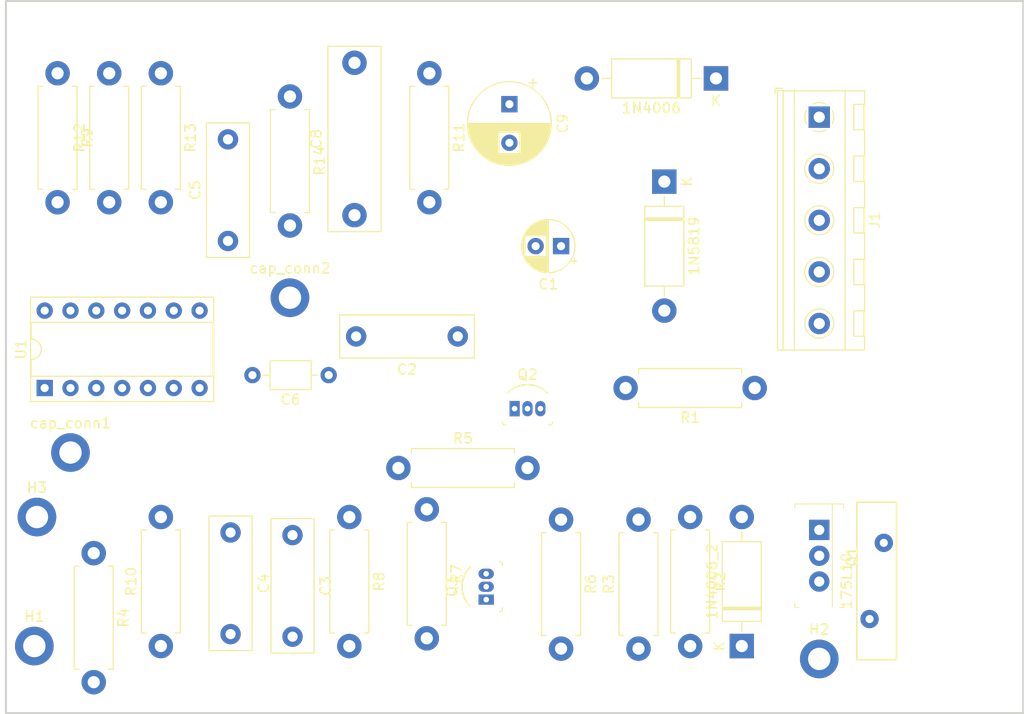
<source format=kicad_pcb>
(kicad_pcb (version 20171130) (host pcbnew "(5.0.1)-4")

  (general
    (thickness 1.6)
    (drawings 4)
    (tracks 0)
    (zones 0)
    (modules 36)
    (nets 24)
  )

  (page A4)
  (title_block
    (title "Electric Fence Charger")
    (date 2020-04-17)
    (rev v01)
    (comment 1 "Author: Adam Dalton")
  )

  (layers
    (0 F.Cu signal)
    (31 B.Cu signal)
    (32 B.Adhes user)
    (33 F.Adhes user)
    (34 B.Paste user)
    (35 F.Paste user)
    (36 B.SilkS user)
    (37 F.SilkS user)
    (38 B.Mask user)
    (39 F.Mask user)
    (40 Dwgs.User user)
    (41 Cmts.User user)
    (42 Eco1.User user)
    (43 Eco2.User user)
    (44 Edge.Cuts user)
    (45 Margin user)
    (46 B.CrtYd user)
    (47 F.CrtYd user)
    (48 B.Fab user)
    (49 F.Fab user)
  )

  (setup
    (last_trace_width 0.254)
    (user_trace_width 0.762)
    (user_trace_width 2.032)
    (user_trace_width 3.048)
    (trace_clearance 0.254)
    (zone_clearance 0.508)
    (zone_45_only no)
    (trace_min 0.1524)
    (segment_width 0.2)
    (edge_width 0.15)
    (via_size 0.762)
    (via_drill 0.381)
    (via_min_size 0.6858)
    (via_min_drill 0.3302)
    (uvia_size 0.762)
    (uvia_drill 0.381)
    (uvias_allowed no)
    (uvia_min_size 0.2)
    (uvia_min_drill 0.1)
    (pcb_text_width 0.3)
    (pcb_text_size 1.5 1.5)
    (mod_edge_width 0.15)
    (mod_text_size 1 1)
    (mod_text_width 0.15)
    (pad_size 1.524 1.524)
    (pad_drill 0.762)
    (pad_to_mask_clearance 0.051)
    (solder_mask_min_width 0.25)
    (aux_axis_origin 0 0)
    (visible_elements 7FFFFFFF)
    (pcbplotparams
      (layerselection 0x010fc_ffffffff)
      (usegerberextensions false)
      (usegerberattributes false)
      (usegerberadvancedattributes false)
      (creategerberjobfile false)
      (excludeedgelayer true)
      (linewidth 0.100000)
      (plotframeref false)
      (viasonmask false)
      (mode 1)
      (useauxorigin false)
      (hpglpennumber 1)
      (hpglpenspeed 20)
      (hpglpendiameter 15.000000)
      (psnegative false)
      (psa4output false)
      (plotreference true)
      (plotvalue true)
      (plotinvisibletext false)
      (padsonsilk false)
      (subtractmaskfromsilk false)
      (outputformat 1)
      (mirror false)
      (drillshape 1)
      (scaleselection 1)
      (outputdirectory ""))
  )

  (net 0 "")
  (net 1 "Net-(175L10-Pad1)")
  (net 2 Earth)
  (net 3 "Net-(1N4006-Pad1)")
  (net 4 /Vcc)
  (net 5 "Net-(1N5819-Pad2)")
  (net 6 "Net-(1N4006_2-Pad2)")
  (net 7 "Net-(C3-Pad1)")
  (net 8 "Net-(C4-Pad1)")
  (net 9 "Net-(C5-Pad1)")
  (net 10 "Net-(C6-Pad1)")
  (net 11 "Net-(C6-Pad2)")
  (net 12 "Net-(C8-Pad1)")
  (net 13 "Net-(H1-Pad1)")
  (net 14 "Net-(Q2-Pad2)")
  (net 15 "Net-(Q2-Pad3)")
  (net 16 "Net-(Q3-Pad3)")
  (net 17 "Net-(Q3-Pad2)")
  (net 18 "Net-(R8-Pad1)")
  (net 19 "Net-(R10-Pad1)")
  (net 20 "Net-(R12-Pad2)")
  (net 21 "Net-(R13-Pad1)")
  (net 22 "Net-(J1-Pad3)")
  (net 23 "Net-(H3-Pad1)")

  (net_class Default "This is the default net class."
    (clearance 0.254)
    (trace_width 0.254)
    (via_dia 0.762)
    (via_drill 0.381)
    (uvia_dia 0.762)
    (uvia_drill 0.381)
    (add_net /Vcc)
    (add_net Earth)
    (add_net "Net-(175L10-Pad1)")
    (add_net "Net-(1N4006-Pad1)")
    (add_net "Net-(1N4006_2-Pad2)")
    (add_net "Net-(1N5819-Pad2)")
    (add_net "Net-(C3-Pad1)")
    (add_net "Net-(C4-Pad1)")
    (add_net "Net-(C5-Pad1)")
    (add_net "Net-(C6-Pad1)")
    (add_net "Net-(C6-Pad2)")
    (add_net "Net-(C8-Pad1)")
    (add_net "Net-(H1-Pad1)")
    (add_net "Net-(H3-Pad1)")
    (add_net "Net-(J1-Pad3)")
    (add_net "Net-(Q2-Pad2)")
    (add_net "Net-(Q2-Pad3)")
    (add_net "Net-(Q3-Pad2)")
    (add_net "Net-(Q3-Pad3)")
    (add_net "Net-(R10-Pad1)")
    (add_net "Net-(R12-Pad2)")
    (add_net "Net-(R13-Pad1)")
    (add_net "Net-(R8-Pad1)")
  )

  (module Varistor:RV_Disc_D15.5mm_W3.9mm_P7.5mm (layer F.Cu) (tedit 5A0F68DF) (tstamp 5EA78677)
    (at 207.01 91.44 270)
    (descr "Varistor, diameter 15.5mm, width 3.9mm, pitch 7.5mm")
    (tags "varistor SIOV")
    (path /5E9672A4)
    (fp_text reference 175L10 (at 3.75 3.65 270) (layer F.SilkS)
      (effects (font (size 1 1) (thickness 0.15)))
    )
    (fp_text value Varistor (at 3.75 -2.25 270) (layer F.Fab)
      (effects (font (size 1 1) (thickness 0.15)))
    )
    (fp_text user %R (at 3.75 0.7 270) (layer F.Fab)
      (effects (font (size 1 1) (thickness 0.15)))
    )
    (fp_line (start -4.25 2.9) (end 11.75 2.9) (layer F.CrtYd) (width 0.05))
    (fp_line (start -4.25 -1.5) (end 11.75 -1.5) (layer F.CrtYd) (width 0.05))
    (fp_line (start 11.75 -1.5) (end 11.75 2.9) (layer F.CrtYd) (width 0.05))
    (fp_line (start -4.25 -1.5) (end -4.25 2.9) (layer F.CrtYd) (width 0.05))
    (fp_line (start -4 2.65) (end 11.5 2.65) (layer F.SilkS) (width 0.15))
    (fp_line (start -4 -1.25) (end 11.5 -1.25) (layer F.SilkS) (width 0.15))
    (fp_line (start 11.5 -1.25) (end 11.5 2.65) (layer F.SilkS) (width 0.15))
    (fp_line (start -4 -1.25) (end -4 2.65) (layer F.SilkS) (width 0.15))
    (fp_line (start -4 2.65) (end 11.5 2.65) (layer F.Fab) (width 0.1))
    (fp_line (start -4 -1.25) (end 11.5 -1.25) (layer F.Fab) (width 0.1))
    (fp_line (start 11.5 -1.25) (end 11.5 2.65) (layer F.Fab) (width 0.1))
    (fp_line (start -4 -1.25) (end -4 2.65) (layer F.Fab) (width 0.1))
    (pad 1 thru_hole circle (at 0 0 270) (size 1.8 1.8) (drill 0.8) (layers *.Cu *.Mask)
      (net 1 "Net-(175L10-Pad1)"))
    (pad 2 thru_hole circle (at 7.5 1.4 270) (size 1.8 1.8) (drill 0.8) (layers *.Cu *.Mask)
      (net 2 Earth))
    (model ${KISYS3DMOD}/Varistor.3dshapes/RV_Disc_D15.5mm_W3.9mm_P7.5mm.wrl
      (at (xyz 0 0 0))
      (scale (xyz 1 1 1))
      (rotate (xyz 0 0 0))
    )
  )

  (module Diode_THT:D_DO-15_P12.70mm_Horizontal (layer F.Cu) (tedit 5AE50CD5) (tstamp 5EA78945)
    (at 190.5 45.72 180)
    (descr "Diode, DO-15 series, Axial, Horizontal, pin pitch=12.7mm, , length*diameter=7.6*3.6mm^2, , http://www.diodes.com/_files/packages/DO-15.pdf")
    (tags "Diode DO-15 series Axial Horizontal pin pitch 12.7mm  length 7.6mm diameter 3.6mm")
    (path /5E966BEF)
    (fp_text reference 1N4006 (at 6.35 -2.92 180) (layer F.SilkS)
      (effects (font (size 1 1) (thickness 0.15)))
    )
    (fp_text value DIODE (at 6.35 2.92 180) (layer F.Fab)
      (effects (font (size 1 1) (thickness 0.15)))
    )
    (fp_line (start 2.55 -1.8) (end 2.55 1.8) (layer F.Fab) (width 0.1))
    (fp_line (start 2.55 1.8) (end 10.15 1.8) (layer F.Fab) (width 0.1))
    (fp_line (start 10.15 1.8) (end 10.15 -1.8) (layer F.Fab) (width 0.1))
    (fp_line (start 10.15 -1.8) (end 2.55 -1.8) (layer F.Fab) (width 0.1))
    (fp_line (start 0 0) (end 2.55 0) (layer F.Fab) (width 0.1))
    (fp_line (start 12.7 0) (end 10.15 0) (layer F.Fab) (width 0.1))
    (fp_line (start 3.69 -1.8) (end 3.69 1.8) (layer F.Fab) (width 0.1))
    (fp_line (start 3.79 -1.8) (end 3.79 1.8) (layer F.Fab) (width 0.1))
    (fp_line (start 3.59 -1.8) (end 3.59 1.8) (layer F.Fab) (width 0.1))
    (fp_line (start 2.43 -1.92) (end 2.43 1.92) (layer F.SilkS) (width 0.12))
    (fp_line (start 2.43 1.92) (end 10.27 1.92) (layer F.SilkS) (width 0.12))
    (fp_line (start 10.27 1.92) (end 10.27 -1.92) (layer F.SilkS) (width 0.12))
    (fp_line (start 10.27 -1.92) (end 2.43 -1.92) (layer F.SilkS) (width 0.12))
    (fp_line (start 1.44 0) (end 2.43 0) (layer F.SilkS) (width 0.12))
    (fp_line (start 11.26 0) (end 10.27 0) (layer F.SilkS) (width 0.12))
    (fp_line (start 3.69 -1.92) (end 3.69 1.92) (layer F.SilkS) (width 0.12))
    (fp_line (start 3.81 -1.92) (end 3.81 1.92) (layer F.SilkS) (width 0.12))
    (fp_line (start 3.57 -1.92) (end 3.57 1.92) (layer F.SilkS) (width 0.12))
    (fp_line (start -1.45 -2.05) (end -1.45 2.05) (layer F.CrtYd) (width 0.05))
    (fp_line (start -1.45 2.05) (end 14.15 2.05) (layer F.CrtYd) (width 0.05))
    (fp_line (start 14.15 2.05) (end 14.15 -2.05) (layer F.CrtYd) (width 0.05))
    (fp_line (start 14.15 -2.05) (end -1.45 -2.05) (layer F.CrtYd) (width 0.05))
    (fp_text user %R (at 6.92 0 180) (layer F.Fab)
      (effects (font (size 1 1) (thickness 0.15)))
    )
    (fp_text user K (at 0 -2.2 180) (layer F.Fab)
      (effects (font (size 1 1) (thickness 0.15)))
    )
    (fp_text user K (at 0 -2.2 180) (layer F.SilkS)
      (effects (font (size 1 1) (thickness 0.15)))
    )
    (pad 1 thru_hole rect (at 0 0 180) (size 2.4 2.4) (drill 1.2) (layers *.Cu *.Mask)
      (net 3 "Net-(1N4006-Pad1)"))
    (pad 2 thru_hole oval (at 12.7 0 180) (size 2.4 2.4) (drill 1.2) (layers *.Cu *.Mask)
      (net 4 /Vcc))
    (model ${KISYS3DMOD}/Diode_THT.3dshapes/D_DO-15_P12.70mm_Horizontal.wrl
      (at (xyz 0 0 0))
      (scale (xyz 1 1 1))
      (rotate (xyz 0 0 0))
    )
  )

  (module Diode_THT:D_DO-15_P12.70mm_Horizontal (layer F.Cu) (tedit 5AE50CD5) (tstamp 5EA78713)
    (at 185.42 55.88 270)
    (descr "Diode, DO-15 series, Axial, Horizontal, pin pitch=12.7mm, , length*diameter=7.6*3.6mm^2, , http://www.diodes.com/_files/packages/DO-15.pdf")
    (tags "Diode DO-15 series Axial Horizontal pin pitch 12.7mm  length 7.6mm diameter 3.6mm")
    (path /5E966B40)
    (fp_text reference 1N5819 (at 6.35 -2.92 270) (layer F.SilkS)
      (effects (font (size 1 1) (thickness 0.15)))
    )
    (fp_text value D_Schottky (at 6.35 2.92 270) (layer F.Fab)
      (effects (font (size 1 1) (thickness 0.15)))
    )
    (fp_line (start 2.55 -1.8) (end 2.55 1.8) (layer F.Fab) (width 0.1))
    (fp_line (start 2.55 1.8) (end 10.15 1.8) (layer F.Fab) (width 0.1))
    (fp_line (start 10.15 1.8) (end 10.15 -1.8) (layer F.Fab) (width 0.1))
    (fp_line (start 10.15 -1.8) (end 2.55 -1.8) (layer F.Fab) (width 0.1))
    (fp_line (start 0 0) (end 2.55 0) (layer F.Fab) (width 0.1))
    (fp_line (start 12.7 0) (end 10.15 0) (layer F.Fab) (width 0.1))
    (fp_line (start 3.69 -1.8) (end 3.69 1.8) (layer F.Fab) (width 0.1))
    (fp_line (start 3.79 -1.8) (end 3.79 1.8) (layer F.Fab) (width 0.1))
    (fp_line (start 3.59 -1.8) (end 3.59 1.8) (layer F.Fab) (width 0.1))
    (fp_line (start 2.43 -1.92) (end 2.43 1.92) (layer F.SilkS) (width 0.12))
    (fp_line (start 2.43 1.92) (end 10.27 1.92) (layer F.SilkS) (width 0.12))
    (fp_line (start 10.27 1.92) (end 10.27 -1.92) (layer F.SilkS) (width 0.12))
    (fp_line (start 10.27 -1.92) (end 2.43 -1.92) (layer F.SilkS) (width 0.12))
    (fp_line (start 1.44 0) (end 2.43 0) (layer F.SilkS) (width 0.12))
    (fp_line (start 11.26 0) (end 10.27 0) (layer F.SilkS) (width 0.12))
    (fp_line (start 3.69 -1.92) (end 3.69 1.92) (layer F.SilkS) (width 0.12))
    (fp_line (start 3.81 -1.92) (end 3.81 1.92) (layer F.SilkS) (width 0.12))
    (fp_line (start 3.57 -1.92) (end 3.57 1.92) (layer F.SilkS) (width 0.12))
    (fp_line (start -1.45 -2.05) (end -1.45 2.05) (layer F.CrtYd) (width 0.05))
    (fp_line (start -1.45 2.05) (end 14.15 2.05) (layer F.CrtYd) (width 0.05))
    (fp_line (start 14.15 2.05) (end 14.15 -2.05) (layer F.CrtYd) (width 0.05))
    (fp_line (start 14.15 -2.05) (end -1.45 -2.05) (layer F.CrtYd) (width 0.05))
    (fp_text user %R (at 6.92 0 270) (layer F.Fab)
      (effects (font (size 1 1) (thickness 0.15)))
    )
    (fp_text user K (at 0 -2.2 270) (layer F.Fab)
      (effects (font (size 1 1) (thickness 0.15)))
    )
    (fp_text user K (at 0 -2.2 270) (layer F.SilkS)
      (effects (font (size 1 1) (thickness 0.15)))
    )
    (pad 1 thru_hole rect (at 0 0 270) (size 2.4 2.4) (drill 1.2) (layers *.Cu *.Mask)
      (net 3 "Net-(1N4006-Pad1)"))
    (pad 2 thru_hole oval (at 12.7 0 270) (size 2.4 2.4) (drill 1.2) (layers *.Cu *.Mask)
      (net 5 "Net-(1N5819-Pad2)"))
    (model ${KISYS3DMOD}/Diode_THT.3dshapes/D_DO-15_P12.70mm_Horizontal.wrl
      (at (xyz 0 0 0))
      (scale (xyz 1 1 1))
      (rotate (xyz 0 0 0))
    )
  )

  (module Diode_THT:D_DO-15_P12.70mm_Horizontal (layer F.Cu) (tedit 5AE50CD5) (tstamp 5EA78629)
    (at 193.04 101.6 90)
    (descr "Diode, DO-15 series, Axial, Horizontal, pin pitch=12.7mm, , length*diameter=7.6*3.6mm^2, , http://www.diodes.com/_files/packages/DO-15.pdf")
    (tags "Diode DO-15 series Axial Horizontal pin pitch 12.7mm  length 7.6mm diameter 3.6mm")
    (path /5E967028)
    (fp_text reference 1N4006_2 (at 6.35 -2.92 90) (layer F.SilkS)
      (effects (font (size 1 1) (thickness 0.15)))
    )
    (fp_text value DIODE (at 6.35 2.92 90) (layer F.Fab)
      (effects (font (size 1 1) (thickness 0.15)))
    )
    (fp_text user K (at 0 -2.2 90) (layer F.SilkS)
      (effects (font (size 1 1) (thickness 0.15)))
    )
    (fp_text user K (at 0 -2.2 90) (layer F.Fab)
      (effects (font (size 1 1) (thickness 0.15)))
    )
    (fp_text user %R (at 6.92 0 90) (layer F.Fab)
      (effects (font (size 1 1) (thickness 0.15)))
    )
    (fp_line (start 14.15 -2.05) (end -1.45 -2.05) (layer F.CrtYd) (width 0.05))
    (fp_line (start 14.15 2.05) (end 14.15 -2.05) (layer F.CrtYd) (width 0.05))
    (fp_line (start -1.45 2.05) (end 14.15 2.05) (layer F.CrtYd) (width 0.05))
    (fp_line (start -1.45 -2.05) (end -1.45 2.05) (layer F.CrtYd) (width 0.05))
    (fp_line (start 3.57 -1.92) (end 3.57 1.92) (layer F.SilkS) (width 0.12))
    (fp_line (start 3.81 -1.92) (end 3.81 1.92) (layer F.SilkS) (width 0.12))
    (fp_line (start 3.69 -1.92) (end 3.69 1.92) (layer F.SilkS) (width 0.12))
    (fp_line (start 11.26 0) (end 10.27 0) (layer F.SilkS) (width 0.12))
    (fp_line (start 1.44 0) (end 2.43 0) (layer F.SilkS) (width 0.12))
    (fp_line (start 10.27 -1.92) (end 2.43 -1.92) (layer F.SilkS) (width 0.12))
    (fp_line (start 10.27 1.92) (end 10.27 -1.92) (layer F.SilkS) (width 0.12))
    (fp_line (start 2.43 1.92) (end 10.27 1.92) (layer F.SilkS) (width 0.12))
    (fp_line (start 2.43 -1.92) (end 2.43 1.92) (layer F.SilkS) (width 0.12))
    (fp_line (start 3.59 -1.8) (end 3.59 1.8) (layer F.Fab) (width 0.1))
    (fp_line (start 3.79 -1.8) (end 3.79 1.8) (layer F.Fab) (width 0.1))
    (fp_line (start 3.69 -1.8) (end 3.69 1.8) (layer F.Fab) (width 0.1))
    (fp_line (start 12.7 0) (end 10.15 0) (layer F.Fab) (width 0.1))
    (fp_line (start 0 0) (end 2.55 0) (layer F.Fab) (width 0.1))
    (fp_line (start 10.15 -1.8) (end 2.55 -1.8) (layer F.Fab) (width 0.1))
    (fp_line (start 10.15 1.8) (end 10.15 -1.8) (layer F.Fab) (width 0.1))
    (fp_line (start 2.55 1.8) (end 10.15 1.8) (layer F.Fab) (width 0.1))
    (fp_line (start 2.55 -1.8) (end 2.55 1.8) (layer F.Fab) (width 0.1))
    (pad 2 thru_hole oval (at 12.7 0 90) (size 2.4 2.4) (drill 1.2) (layers *.Cu *.Mask)
      (net 6 "Net-(1N4006_2-Pad2)"))
    (pad 1 thru_hole rect (at 0 0 90) (size 2.4 2.4) (drill 1.2) (layers *.Cu *.Mask)
      (net 2 Earth))
    (model ${KISYS3DMOD}/Diode_THT.3dshapes/D_DO-15_P12.70mm_Horizontal.wrl
      (at (xyz 0 0 0))
      (scale (xyz 1 1 1))
      (rotate (xyz 0 0 0))
    )
  )

  (module Capacitor_THT:CP_Radial_D5.0mm_P2.50mm (layer F.Cu) (tedit 5AE50EF0) (tstamp 5EA72C1A)
    (at 175.26 62.23 180)
    (descr "CP, Radial series, Radial, pin pitch=2.50mm, , diameter=5mm, Electrolytic Capacitor")
    (tags "CP Radial series Radial pin pitch 2.50mm  diameter 5mm Electrolytic Capacitor")
    (path /5E966E44)
    (fp_text reference C1 (at 1.25 -3.75 180) (layer F.SilkS)
      (effects (font (size 1 1) (thickness 0.15)))
    )
    (fp_text value 100u (at 1.25 3.75 180) (layer F.Fab)
      (effects (font (size 1 1) (thickness 0.15)))
    )
    (fp_circle (center 1.25 0) (end 3.75 0) (layer F.Fab) (width 0.1))
    (fp_circle (center 1.25 0) (end 3.87 0) (layer F.SilkS) (width 0.12))
    (fp_circle (center 1.25 0) (end 4 0) (layer F.CrtYd) (width 0.05))
    (fp_line (start -0.883605 -1.0875) (end -0.383605 -1.0875) (layer F.Fab) (width 0.1))
    (fp_line (start -0.633605 -1.3375) (end -0.633605 -0.8375) (layer F.Fab) (width 0.1))
    (fp_line (start 1.25 -2.58) (end 1.25 2.58) (layer F.SilkS) (width 0.12))
    (fp_line (start 1.29 -2.58) (end 1.29 2.58) (layer F.SilkS) (width 0.12))
    (fp_line (start 1.33 -2.579) (end 1.33 2.579) (layer F.SilkS) (width 0.12))
    (fp_line (start 1.37 -2.578) (end 1.37 2.578) (layer F.SilkS) (width 0.12))
    (fp_line (start 1.41 -2.576) (end 1.41 2.576) (layer F.SilkS) (width 0.12))
    (fp_line (start 1.45 -2.573) (end 1.45 2.573) (layer F.SilkS) (width 0.12))
    (fp_line (start 1.49 -2.569) (end 1.49 -1.04) (layer F.SilkS) (width 0.12))
    (fp_line (start 1.49 1.04) (end 1.49 2.569) (layer F.SilkS) (width 0.12))
    (fp_line (start 1.53 -2.565) (end 1.53 -1.04) (layer F.SilkS) (width 0.12))
    (fp_line (start 1.53 1.04) (end 1.53 2.565) (layer F.SilkS) (width 0.12))
    (fp_line (start 1.57 -2.561) (end 1.57 -1.04) (layer F.SilkS) (width 0.12))
    (fp_line (start 1.57 1.04) (end 1.57 2.561) (layer F.SilkS) (width 0.12))
    (fp_line (start 1.61 -2.556) (end 1.61 -1.04) (layer F.SilkS) (width 0.12))
    (fp_line (start 1.61 1.04) (end 1.61 2.556) (layer F.SilkS) (width 0.12))
    (fp_line (start 1.65 -2.55) (end 1.65 -1.04) (layer F.SilkS) (width 0.12))
    (fp_line (start 1.65 1.04) (end 1.65 2.55) (layer F.SilkS) (width 0.12))
    (fp_line (start 1.69 -2.543) (end 1.69 -1.04) (layer F.SilkS) (width 0.12))
    (fp_line (start 1.69 1.04) (end 1.69 2.543) (layer F.SilkS) (width 0.12))
    (fp_line (start 1.73 -2.536) (end 1.73 -1.04) (layer F.SilkS) (width 0.12))
    (fp_line (start 1.73 1.04) (end 1.73 2.536) (layer F.SilkS) (width 0.12))
    (fp_line (start 1.77 -2.528) (end 1.77 -1.04) (layer F.SilkS) (width 0.12))
    (fp_line (start 1.77 1.04) (end 1.77 2.528) (layer F.SilkS) (width 0.12))
    (fp_line (start 1.81 -2.52) (end 1.81 -1.04) (layer F.SilkS) (width 0.12))
    (fp_line (start 1.81 1.04) (end 1.81 2.52) (layer F.SilkS) (width 0.12))
    (fp_line (start 1.85 -2.511) (end 1.85 -1.04) (layer F.SilkS) (width 0.12))
    (fp_line (start 1.85 1.04) (end 1.85 2.511) (layer F.SilkS) (width 0.12))
    (fp_line (start 1.89 -2.501) (end 1.89 -1.04) (layer F.SilkS) (width 0.12))
    (fp_line (start 1.89 1.04) (end 1.89 2.501) (layer F.SilkS) (width 0.12))
    (fp_line (start 1.93 -2.491) (end 1.93 -1.04) (layer F.SilkS) (width 0.12))
    (fp_line (start 1.93 1.04) (end 1.93 2.491) (layer F.SilkS) (width 0.12))
    (fp_line (start 1.971 -2.48) (end 1.971 -1.04) (layer F.SilkS) (width 0.12))
    (fp_line (start 1.971 1.04) (end 1.971 2.48) (layer F.SilkS) (width 0.12))
    (fp_line (start 2.011 -2.468) (end 2.011 -1.04) (layer F.SilkS) (width 0.12))
    (fp_line (start 2.011 1.04) (end 2.011 2.468) (layer F.SilkS) (width 0.12))
    (fp_line (start 2.051 -2.455) (end 2.051 -1.04) (layer F.SilkS) (width 0.12))
    (fp_line (start 2.051 1.04) (end 2.051 2.455) (layer F.SilkS) (width 0.12))
    (fp_line (start 2.091 -2.442) (end 2.091 -1.04) (layer F.SilkS) (width 0.12))
    (fp_line (start 2.091 1.04) (end 2.091 2.442) (layer F.SilkS) (width 0.12))
    (fp_line (start 2.131 -2.428) (end 2.131 -1.04) (layer F.SilkS) (width 0.12))
    (fp_line (start 2.131 1.04) (end 2.131 2.428) (layer F.SilkS) (width 0.12))
    (fp_line (start 2.171 -2.414) (end 2.171 -1.04) (layer F.SilkS) (width 0.12))
    (fp_line (start 2.171 1.04) (end 2.171 2.414) (layer F.SilkS) (width 0.12))
    (fp_line (start 2.211 -2.398) (end 2.211 -1.04) (layer F.SilkS) (width 0.12))
    (fp_line (start 2.211 1.04) (end 2.211 2.398) (layer F.SilkS) (width 0.12))
    (fp_line (start 2.251 -2.382) (end 2.251 -1.04) (layer F.SilkS) (width 0.12))
    (fp_line (start 2.251 1.04) (end 2.251 2.382) (layer F.SilkS) (width 0.12))
    (fp_line (start 2.291 -2.365) (end 2.291 -1.04) (layer F.SilkS) (width 0.12))
    (fp_line (start 2.291 1.04) (end 2.291 2.365) (layer F.SilkS) (width 0.12))
    (fp_line (start 2.331 -2.348) (end 2.331 -1.04) (layer F.SilkS) (width 0.12))
    (fp_line (start 2.331 1.04) (end 2.331 2.348) (layer F.SilkS) (width 0.12))
    (fp_line (start 2.371 -2.329) (end 2.371 -1.04) (layer F.SilkS) (width 0.12))
    (fp_line (start 2.371 1.04) (end 2.371 2.329) (layer F.SilkS) (width 0.12))
    (fp_line (start 2.411 -2.31) (end 2.411 -1.04) (layer F.SilkS) (width 0.12))
    (fp_line (start 2.411 1.04) (end 2.411 2.31) (layer F.SilkS) (width 0.12))
    (fp_line (start 2.451 -2.29) (end 2.451 -1.04) (layer F.SilkS) (width 0.12))
    (fp_line (start 2.451 1.04) (end 2.451 2.29) (layer F.SilkS) (width 0.12))
    (fp_line (start 2.491 -2.268) (end 2.491 -1.04) (layer F.SilkS) (width 0.12))
    (fp_line (start 2.491 1.04) (end 2.491 2.268) (layer F.SilkS) (width 0.12))
    (fp_line (start 2.531 -2.247) (end 2.531 -1.04) (layer F.SilkS) (width 0.12))
    (fp_line (start 2.531 1.04) (end 2.531 2.247) (layer F.SilkS) (width 0.12))
    (fp_line (start 2.571 -2.224) (end 2.571 -1.04) (layer F.SilkS) (width 0.12))
    (fp_line (start 2.571 1.04) (end 2.571 2.224) (layer F.SilkS) (width 0.12))
    (fp_line (start 2.611 -2.2) (end 2.611 -1.04) (layer F.SilkS) (width 0.12))
    (fp_line (start 2.611 1.04) (end 2.611 2.2) (layer F.SilkS) (width 0.12))
    (fp_line (start 2.651 -2.175) (end 2.651 -1.04) (layer F.SilkS) (width 0.12))
    (fp_line (start 2.651 1.04) (end 2.651 2.175) (layer F.SilkS) (width 0.12))
    (fp_line (start 2.691 -2.149) (end 2.691 -1.04) (layer F.SilkS) (width 0.12))
    (fp_line (start 2.691 1.04) (end 2.691 2.149) (layer F.SilkS) (width 0.12))
    (fp_line (start 2.731 -2.122) (end 2.731 -1.04) (layer F.SilkS) (width 0.12))
    (fp_line (start 2.731 1.04) (end 2.731 2.122) (layer F.SilkS) (width 0.12))
    (fp_line (start 2.771 -2.095) (end 2.771 -1.04) (layer F.SilkS) (width 0.12))
    (fp_line (start 2.771 1.04) (end 2.771 2.095) (layer F.SilkS) (width 0.12))
    (fp_line (start 2.811 -2.065) (end 2.811 -1.04) (layer F.SilkS) (width 0.12))
    (fp_line (start 2.811 1.04) (end 2.811 2.065) (layer F.SilkS) (width 0.12))
    (fp_line (start 2.851 -2.035) (end 2.851 -1.04) (layer F.SilkS) (width 0.12))
    (fp_line (start 2.851 1.04) (end 2.851 2.035) (layer F.SilkS) (width 0.12))
    (fp_line (start 2.891 -2.004) (end 2.891 -1.04) (layer F.SilkS) (width 0.12))
    (fp_line (start 2.891 1.04) (end 2.891 2.004) (layer F.SilkS) (width 0.12))
    (fp_line (start 2.931 -1.971) (end 2.931 -1.04) (layer F.SilkS) (width 0.12))
    (fp_line (start 2.931 1.04) (end 2.931 1.971) (layer F.SilkS) (width 0.12))
    (fp_line (start 2.971 -1.937) (end 2.971 -1.04) (layer F.SilkS) (width 0.12))
    (fp_line (start 2.971 1.04) (end 2.971 1.937) (layer F.SilkS) (width 0.12))
    (fp_line (start 3.011 -1.901) (end 3.011 -1.04) (layer F.SilkS) (width 0.12))
    (fp_line (start 3.011 1.04) (end 3.011 1.901) (layer F.SilkS) (width 0.12))
    (fp_line (start 3.051 -1.864) (end 3.051 -1.04) (layer F.SilkS) (width 0.12))
    (fp_line (start 3.051 1.04) (end 3.051 1.864) (layer F.SilkS) (width 0.12))
    (fp_line (start 3.091 -1.826) (end 3.091 -1.04) (layer F.SilkS) (width 0.12))
    (fp_line (start 3.091 1.04) (end 3.091 1.826) (layer F.SilkS) (width 0.12))
    (fp_line (start 3.131 -1.785) (end 3.131 -1.04) (layer F.SilkS) (width 0.12))
    (fp_line (start 3.131 1.04) (end 3.131 1.785) (layer F.SilkS) (width 0.12))
    (fp_line (start 3.171 -1.743) (end 3.171 -1.04) (layer F.SilkS) (width 0.12))
    (fp_line (start 3.171 1.04) (end 3.171 1.743) (layer F.SilkS) (width 0.12))
    (fp_line (start 3.211 -1.699) (end 3.211 -1.04) (layer F.SilkS) (width 0.12))
    (fp_line (start 3.211 1.04) (end 3.211 1.699) (layer F.SilkS) (width 0.12))
    (fp_line (start 3.251 -1.653) (end 3.251 -1.04) (layer F.SilkS) (width 0.12))
    (fp_line (start 3.251 1.04) (end 3.251 1.653) (layer F.SilkS) (width 0.12))
    (fp_line (start 3.291 -1.605) (end 3.291 -1.04) (layer F.SilkS) (width 0.12))
    (fp_line (start 3.291 1.04) (end 3.291 1.605) (layer F.SilkS) (width 0.12))
    (fp_line (start 3.331 -1.554) (end 3.331 -1.04) (layer F.SilkS) (width 0.12))
    (fp_line (start 3.331 1.04) (end 3.331 1.554) (layer F.SilkS) (width 0.12))
    (fp_line (start 3.371 -1.5) (end 3.371 -1.04) (layer F.SilkS) (width 0.12))
    (fp_line (start 3.371 1.04) (end 3.371 1.5) (layer F.SilkS) (width 0.12))
    (fp_line (start 3.411 -1.443) (end 3.411 -1.04) (layer F.SilkS) (width 0.12))
    (fp_line (start 3.411 1.04) (end 3.411 1.443) (layer F.SilkS) (width 0.12))
    (fp_line (start 3.451 -1.383) (end 3.451 -1.04) (layer F.SilkS) (width 0.12))
    (fp_line (start 3.451 1.04) (end 3.451 1.383) (layer F.SilkS) (width 0.12))
    (fp_line (start 3.491 -1.319) (end 3.491 -1.04) (layer F.SilkS) (width 0.12))
    (fp_line (start 3.491 1.04) (end 3.491 1.319) (layer F.SilkS) (width 0.12))
    (fp_line (start 3.531 -1.251) (end 3.531 -1.04) (layer F.SilkS) (width 0.12))
    (fp_line (start 3.531 1.04) (end 3.531 1.251) (layer F.SilkS) (width 0.12))
    (fp_line (start 3.571 -1.178) (end 3.571 1.178) (layer F.SilkS) (width 0.12))
    (fp_line (start 3.611 -1.098) (end 3.611 1.098) (layer F.SilkS) (width 0.12))
    (fp_line (start 3.651 -1.011) (end 3.651 1.011) (layer F.SilkS) (width 0.12))
    (fp_line (start 3.691 -0.915) (end 3.691 0.915) (layer F.SilkS) (width 0.12))
    (fp_line (start 3.731 -0.805) (end 3.731 0.805) (layer F.SilkS) (width 0.12))
    (fp_line (start 3.771 -0.677) (end 3.771 0.677) (layer F.SilkS) (width 0.12))
    (fp_line (start 3.811 -0.518) (end 3.811 0.518) (layer F.SilkS) (width 0.12))
    (fp_line (start 3.851 -0.284) (end 3.851 0.284) (layer F.SilkS) (width 0.12))
    (fp_line (start -1.554775 -1.475) (end -1.054775 -1.475) (layer F.SilkS) (width 0.12))
    (fp_line (start -1.304775 -1.725) (end -1.304775 -1.225) (layer F.SilkS) (width 0.12))
    (fp_text user %R (at 1.25 0 180) (layer F.Fab)
      (effects (font (size 1 1) (thickness 0.15)))
    )
    (pad 1 thru_hole rect (at 0 0 180) (size 1.6 1.6) (drill 0.8) (layers *.Cu *.Mask)
      (net 3 "Net-(1N4006-Pad1)"))
    (pad 2 thru_hole circle (at 2.5 0 180) (size 1.6 1.6) (drill 0.8) (layers *.Cu *.Mask)
      (net 2 Earth))
    (model ${KISYS3DMOD}/Capacitor_THT.3dshapes/CP_Radial_D5.0mm_P2.50mm.wrl
      (at (xyz 0 0 0))
      (scale (xyz 1 1 1))
      (rotate (xyz 0 0 0))
    )
  )

  (module Capacitor_THT:C_Rect_L13.0mm_W4.0mm_P10.00mm_FKS3_FKP3_MKS4 (layer F.Cu) (tedit 5AE50EF0) (tstamp 5EA75393)
    (at 165.1 71.12 180)
    (descr "C, Rect series, Radial, pin pitch=10.00mm, , length*width=13*4mm^2, Capacitor, http://www.wima.com/EN/WIMA_FKS_3.pdf, http://www.wima.com/EN/WIMA_MKS_4.pdf")
    (tags "C Rect series Radial pin pitch 10.00mm  length 13mm width 4mm Capacitor")
    (path /5E966F7B)
    (fp_text reference C2 (at 5 -3.25 180) (layer F.SilkS)
      (effects (font (size 1 1) (thickness 0.15)))
    )
    (fp_text value .1u (at 5 3.25 180) (layer F.Fab)
      (effects (font (size 1 1) (thickness 0.15)))
    )
    (fp_text user %R (at 5 0 180) (layer F.Fab)
      (effects (font (size 1 1) (thickness 0.15)))
    )
    (fp_line (start 11.75 -2.25) (end -1.75 -2.25) (layer F.CrtYd) (width 0.05))
    (fp_line (start 11.75 2.25) (end 11.75 -2.25) (layer F.CrtYd) (width 0.05))
    (fp_line (start -1.75 2.25) (end 11.75 2.25) (layer F.CrtYd) (width 0.05))
    (fp_line (start -1.75 -2.25) (end -1.75 2.25) (layer F.CrtYd) (width 0.05))
    (fp_line (start 11.62 -2.12) (end 11.62 2.12) (layer F.SilkS) (width 0.12))
    (fp_line (start -1.62 -2.12) (end -1.62 2.12) (layer F.SilkS) (width 0.12))
    (fp_line (start -1.62 2.12) (end 11.62 2.12) (layer F.SilkS) (width 0.12))
    (fp_line (start -1.62 -2.12) (end 11.62 -2.12) (layer F.SilkS) (width 0.12))
    (fp_line (start 11.5 -2) (end -1.5 -2) (layer F.Fab) (width 0.1))
    (fp_line (start 11.5 2) (end 11.5 -2) (layer F.Fab) (width 0.1))
    (fp_line (start -1.5 2) (end 11.5 2) (layer F.Fab) (width 0.1))
    (fp_line (start -1.5 -2) (end -1.5 2) (layer F.Fab) (width 0.1))
    (pad 2 thru_hole circle (at 10 0 180) (size 2 2) (drill 1) (layers *.Cu *.Mask)
      (net 2 Earth))
    (pad 1 thru_hole circle (at 0 0 180) (size 2 2) (drill 1) (layers *.Cu *.Mask)
      (net 3 "Net-(1N4006-Pad1)"))
    (model ${KISYS3DMOD}/Capacitor_THT.3dshapes/C_Rect_L13.0mm_W4.0mm_P10.00mm_FKS3_FKP3_MKS4.wrl
      (at (xyz 0 0 0))
      (scale (xyz 1 1 1))
      (rotate (xyz 0 0 0))
    )
  )

  (module Capacitor_THT:C_Rect_L13.0mm_W4.0mm_P10.00mm_FKS3_FKP3_MKS4 (layer F.Cu) (tedit 5AE50EF0) (tstamp 5EA77913)
    (at 148.844 90.678 270)
    (descr "C, Rect series, Radial, pin pitch=10.00mm, , length*width=13*4mm^2, Capacitor, http://www.wima.com/EN/WIMA_FKS_3.pdf, http://www.wima.com/EN/WIMA_MKS_4.pdf")
    (tags "C Rect series Radial pin pitch 10.00mm  length 13mm width 4mm Capacitor")
    (path /5EA04403)
    (fp_text reference C3 (at 5 -3.25 270) (layer F.SilkS)
      (effects (font (size 1 1) (thickness 0.15)))
    )
    (fp_text value .1u (at 5 3.25 270) (layer F.Fab)
      (effects (font (size 1 1) (thickness 0.15)))
    )
    (fp_line (start -1.5 -2) (end -1.5 2) (layer F.Fab) (width 0.1))
    (fp_line (start -1.5 2) (end 11.5 2) (layer F.Fab) (width 0.1))
    (fp_line (start 11.5 2) (end 11.5 -2) (layer F.Fab) (width 0.1))
    (fp_line (start 11.5 -2) (end -1.5 -2) (layer F.Fab) (width 0.1))
    (fp_line (start -1.62 -2.12) (end 11.62 -2.12) (layer F.SilkS) (width 0.12))
    (fp_line (start -1.62 2.12) (end 11.62 2.12) (layer F.SilkS) (width 0.12))
    (fp_line (start -1.62 -2.12) (end -1.62 2.12) (layer F.SilkS) (width 0.12))
    (fp_line (start 11.62 -2.12) (end 11.62 2.12) (layer F.SilkS) (width 0.12))
    (fp_line (start -1.75 -2.25) (end -1.75 2.25) (layer F.CrtYd) (width 0.05))
    (fp_line (start -1.75 2.25) (end 11.75 2.25) (layer F.CrtYd) (width 0.05))
    (fp_line (start 11.75 2.25) (end 11.75 -2.25) (layer F.CrtYd) (width 0.05))
    (fp_line (start 11.75 -2.25) (end -1.75 -2.25) (layer F.CrtYd) (width 0.05))
    (fp_text user %R (at 5 0 270) (layer F.Fab)
      (effects (font (size 1 1) (thickness 0.15)))
    )
    (pad 1 thru_hole circle (at 0 0 270) (size 2 2) (drill 1) (layers *.Cu *.Mask)
      (net 7 "Net-(C3-Pad1)"))
    (pad 2 thru_hole circle (at 10 0 270) (size 2 2) (drill 1) (layers *.Cu *.Mask)
      (net 2 Earth))
    (model ${KISYS3DMOD}/Capacitor_THT.3dshapes/C_Rect_L13.0mm_W4.0mm_P10.00mm_FKS3_FKP3_MKS4.wrl
      (at (xyz 0 0 0))
      (scale (xyz 1 1 1))
      (rotate (xyz 0 0 0))
    )
  )

  (module Capacitor_THT:C_Rect_L13.0mm_W4.0mm_P10.00mm_FKS3_FKP3_MKS4 (layer F.Cu) (tedit 5AE50EF0) (tstamp 5EA75327)
    (at 142.748 90.424 270)
    (descr "C, Rect series, Radial, pin pitch=10.00mm, , length*width=13*4mm^2, Capacitor, http://www.wima.com/EN/WIMA_FKS_3.pdf, http://www.wima.com/EN/WIMA_MKS_4.pdf")
    (tags "C Rect series Radial pin pitch 10.00mm  length 13mm width 4mm Capacitor")
    (path /5E97CF94)
    (fp_text reference C4 (at 5 -3.25 270) (layer F.SilkS)
      (effects (font (size 1 1) (thickness 0.15)))
    )
    (fp_text value .1u (at 5 3.25 270) (layer F.Fab)
      (effects (font (size 1 1) (thickness 0.15)))
    )
    (fp_line (start -1.5 -2) (end -1.5 2) (layer F.Fab) (width 0.1))
    (fp_line (start -1.5 2) (end 11.5 2) (layer F.Fab) (width 0.1))
    (fp_line (start 11.5 2) (end 11.5 -2) (layer F.Fab) (width 0.1))
    (fp_line (start 11.5 -2) (end -1.5 -2) (layer F.Fab) (width 0.1))
    (fp_line (start -1.62 -2.12) (end 11.62 -2.12) (layer F.SilkS) (width 0.12))
    (fp_line (start -1.62 2.12) (end 11.62 2.12) (layer F.SilkS) (width 0.12))
    (fp_line (start -1.62 -2.12) (end -1.62 2.12) (layer F.SilkS) (width 0.12))
    (fp_line (start 11.62 -2.12) (end 11.62 2.12) (layer F.SilkS) (width 0.12))
    (fp_line (start -1.75 -2.25) (end -1.75 2.25) (layer F.CrtYd) (width 0.05))
    (fp_line (start -1.75 2.25) (end 11.75 2.25) (layer F.CrtYd) (width 0.05))
    (fp_line (start 11.75 2.25) (end 11.75 -2.25) (layer F.CrtYd) (width 0.05))
    (fp_line (start 11.75 -2.25) (end -1.75 -2.25) (layer F.CrtYd) (width 0.05))
    (fp_text user %R (at 5 0 270) (layer F.Fab)
      (effects (font (size 1 1) (thickness 0.15)))
    )
    (pad 1 thru_hole circle (at 0 0 270) (size 2 2) (drill 1) (layers *.Cu *.Mask)
      (net 8 "Net-(C4-Pad1)"))
    (pad 2 thru_hole circle (at 10 0 270) (size 2 2) (drill 1) (layers *.Cu *.Mask)
      (net 2 Earth))
    (model ${KISYS3DMOD}/Capacitor_THT.3dshapes/C_Rect_L13.0mm_W4.0mm_P10.00mm_FKS3_FKP3_MKS4.wrl
      (at (xyz 0 0 0))
      (scale (xyz 1 1 1))
      (rotate (xyz 0 0 0))
    )
  )

  (module Capacitor_THT:C_Rect_L13.0mm_W4.0mm_P10.00mm_FKS3_FKP3_MKS4 (layer F.Cu) (tedit 5AE50EF0) (tstamp 5EA7699E)
    (at 142.494 61.722 90)
    (descr "C, Rect series, Radial, pin pitch=10.00mm, , length*width=13*4mm^2, Capacitor, http://www.wima.com/EN/WIMA_FKS_3.pdf, http://www.wima.com/EN/WIMA_MKS_4.pdf")
    (tags "C Rect series Radial pin pitch 10.00mm  length 13mm width 4mm Capacitor")
    (path /5E9CFF8E)
    (fp_text reference C5 (at 5 -3.25 90) (layer F.SilkS)
      (effects (font (size 1 1) (thickness 0.15)))
    )
    (fp_text value .1u (at 5 3.25 90) (layer F.Fab)
      (effects (font (size 1 1) (thickness 0.15)))
    )
    (fp_text user %R (at 5 0 90) (layer F.Fab)
      (effects (font (size 1 1) (thickness 0.15)))
    )
    (fp_line (start 11.75 -2.25) (end -1.75 -2.25) (layer F.CrtYd) (width 0.05))
    (fp_line (start 11.75 2.25) (end 11.75 -2.25) (layer F.CrtYd) (width 0.05))
    (fp_line (start -1.75 2.25) (end 11.75 2.25) (layer F.CrtYd) (width 0.05))
    (fp_line (start -1.75 -2.25) (end -1.75 2.25) (layer F.CrtYd) (width 0.05))
    (fp_line (start 11.62 -2.12) (end 11.62 2.12) (layer F.SilkS) (width 0.12))
    (fp_line (start -1.62 -2.12) (end -1.62 2.12) (layer F.SilkS) (width 0.12))
    (fp_line (start -1.62 2.12) (end 11.62 2.12) (layer F.SilkS) (width 0.12))
    (fp_line (start -1.62 -2.12) (end 11.62 -2.12) (layer F.SilkS) (width 0.12))
    (fp_line (start 11.5 -2) (end -1.5 -2) (layer F.Fab) (width 0.1))
    (fp_line (start 11.5 2) (end 11.5 -2) (layer F.Fab) (width 0.1))
    (fp_line (start -1.5 2) (end 11.5 2) (layer F.Fab) (width 0.1))
    (fp_line (start -1.5 -2) (end -1.5 2) (layer F.Fab) (width 0.1))
    (pad 2 thru_hole circle (at 10 0 90) (size 2 2) (drill 1) (layers *.Cu *.Mask)
      (net 2 Earth))
    (pad 1 thru_hole circle (at 0 0 90) (size 2 2) (drill 1) (layers *.Cu *.Mask)
      (net 9 "Net-(C5-Pad1)"))
    (model ${KISYS3DMOD}/Capacitor_THT.3dshapes/C_Rect_L13.0mm_W4.0mm_P10.00mm_FKS3_FKP3_MKS4.wrl
      (at (xyz 0 0 0))
      (scale (xyz 1 1 1))
      (rotate (xyz 0 0 0))
    )
  )

  (module Capacitor_THT:C_Axial_L3.8mm_D2.6mm_P7.50mm_Horizontal (layer F.Cu) (tedit 5AE50EF0) (tstamp 5EA753E2)
    (at 152.4 74.93 180)
    (descr "C, Axial series, Axial, Horizontal, pin pitch=7.5mm, , length*diameter=3.8*2.6mm^2, http://www.vishay.com/docs/45231/arseries.pdf")
    (tags "C Axial series Axial Horizontal pin pitch 7.5mm  length 3.8mm diameter 2.6mm")
    (path /5E9E63EA)
    (fp_text reference C6 (at 3.75 -2.42 180) (layer F.SilkS)
      (effects (font (size 1 1) (thickness 0.15)))
    )
    (fp_text value .01 (at 3.75 2.42 180) (layer F.Fab)
      (effects (font (size 1 1) (thickness 0.15)))
    )
    (fp_line (start 1.85 -1.3) (end 1.85 1.3) (layer F.Fab) (width 0.1))
    (fp_line (start 1.85 1.3) (end 5.65 1.3) (layer F.Fab) (width 0.1))
    (fp_line (start 5.65 1.3) (end 5.65 -1.3) (layer F.Fab) (width 0.1))
    (fp_line (start 5.65 -1.3) (end 1.85 -1.3) (layer F.Fab) (width 0.1))
    (fp_line (start 0 0) (end 1.85 0) (layer F.Fab) (width 0.1))
    (fp_line (start 7.5 0) (end 5.65 0) (layer F.Fab) (width 0.1))
    (fp_line (start 1.73 -1.42) (end 1.73 1.42) (layer F.SilkS) (width 0.12))
    (fp_line (start 1.73 1.42) (end 5.77 1.42) (layer F.SilkS) (width 0.12))
    (fp_line (start 5.77 1.42) (end 5.77 -1.42) (layer F.SilkS) (width 0.12))
    (fp_line (start 5.77 -1.42) (end 1.73 -1.42) (layer F.SilkS) (width 0.12))
    (fp_line (start 1.04 0) (end 1.73 0) (layer F.SilkS) (width 0.12))
    (fp_line (start 6.46 0) (end 5.77 0) (layer F.SilkS) (width 0.12))
    (fp_line (start -1.05 -1.55) (end -1.05 1.55) (layer F.CrtYd) (width 0.05))
    (fp_line (start -1.05 1.55) (end 8.55 1.55) (layer F.CrtYd) (width 0.05))
    (fp_line (start 8.55 1.55) (end 8.55 -1.55) (layer F.CrtYd) (width 0.05))
    (fp_line (start 8.55 -1.55) (end -1.05 -1.55) (layer F.CrtYd) (width 0.05))
    (fp_text user %R (at 3.75 0 180) (layer F.Fab)
      (effects (font (size 0.76 0.76) (thickness 0.114)))
    )
    (pad 1 thru_hole circle (at 0 0 180) (size 1.6 1.6) (drill 0.8) (layers *.Cu *.Mask)
      (net 10 "Net-(C6-Pad1)"))
    (pad 2 thru_hole oval (at 7.5 0 180) (size 1.6 1.6) (drill 0.8) (layers *.Cu *.Mask)
      (net 11 "Net-(C6-Pad2)"))
    (model ${KISYS3DMOD}/Capacitor_THT.3dshapes/C_Axial_L3.8mm_D2.6mm_P7.50mm_Horizontal.wrl
      (at (xyz 0 0 0))
      (scale (xyz 1 1 1))
      (rotate (xyz 0 0 0))
    )
  )

  (module Capacitor_THT:C_Rect_L18.0mm_W5.0mm_P15.00mm_FKS3_FKP3 (layer F.Cu) (tedit 5AE50EF0) (tstamp 5EA74315)
    (at 154.94 59.182 90)
    (descr "C, Rect series, Radial, pin pitch=15.00mm, , length*width=18*5mm^2, Capacitor, http://www.wima.com/EN/WIMA_FKS_3.pdf")
    (tags "C Rect series Radial pin pitch 15.00mm  length 18mm width 5mm Capacitor")
    (path /5E978648)
    (fp_text reference C8 (at 7.5 -3.75 90) (layer F.SilkS)
      (effects (font (size 1 1) (thickness 0.15)))
    )
    (fp_text value .33u (at 7.5 3.75 90) (layer F.Fab)
      (effects (font (size 1 1) (thickness 0.15)))
    )
    (fp_line (start -1.5 -2.5) (end -1.5 2.5) (layer F.Fab) (width 0.1))
    (fp_line (start -1.5 2.5) (end 16.5 2.5) (layer F.Fab) (width 0.1))
    (fp_line (start 16.5 2.5) (end 16.5 -2.5) (layer F.Fab) (width 0.1))
    (fp_line (start 16.5 -2.5) (end -1.5 -2.5) (layer F.Fab) (width 0.1))
    (fp_line (start -1.62 -2.62) (end 16.62 -2.62) (layer F.SilkS) (width 0.12))
    (fp_line (start -1.62 2.62) (end 16.62 2.62) (layer F.SilkS) (width 0.12))
    (fp_line (start -1.62 -2.62) (end -1.62 2.62) (layer F.SilkS) (width 0.12))
    (fp_line (start 16.62 -2.62) (end 16.62 2.62) (layer F.SilkS) (width 0.12))
    (fp_line (start -1.75 -2.75) (end -1.75 2.75) (layer F.CrtYd) (width 0.05))
    (fp_line (start -1.75 2.75) (end 16.75 2.75) (layer F.CrtYd) (width 0.05))
    (fp_line (start 16.75 2.75) (end 16.75 -2.75) (layer F.CrtYd) (width 0.05))
    (fp_line (start 16.75 -2.75) (end -1.75 -2.75) (layer F.CrtYd) (width 0.05))
    (fp_text user %R (at 7.5 0 90) (layer F.Fab)
      (effects (font (size 1 1) (thickness 0.15)))
    )
    (pad 1 thru_hole circle (at 0 0 90) (size 2.4 2.4) (drill 1.2) (layers *.Cu *.Mask)
      (net 12 "Net-(C8-Pad1)"))
    (pad 2 thru_hole circle (at 15 0 90) (size 2.4 2.4) (drill 1.2) (layers *.Cu *.Mask)
      (net 2 Earth))
    (model ${KISYS3DMOD}/Capacitor_THT.3dshapes/C_Rect_L18.0mm_W5.0mm_P15.00mm_FKS3_FKP3.wrl
      (at (xyz 0 0 0))
      (scale (xyz 1 1 1))
      (rotate (xyz 0 0 0))
    )
  )

  (module Capacitor_THT:CP_Radial_D8.0mm_P3.80mm (layer F.Cu) (tedit 5AE50EF0) (tstamp 5EA72D39)
    (at 170.18 48.26 270)
    (descr "CP, Radial series, Radial, pin pitch=3.80mm, , diameter=8mm, Electrolytic Capacitor")
    (tags "CP Radial series Radial pin pitch 3.80mm  diameter 8mm Electrolytic Capacitor")
    (path /5E9786BF)
    (fp_text reference C9 (at 1.9 -5.25 270) (layer F.SilkS)
      (effects (font (size 1 1) (thickness 0.15)))
    )
    (fp_text value 470u (at 1.9 5.25 270) (layer F.Fab)
      (effects (font (size 1 1) (thickness 0.15)))
    )
    (fp_circle (center 1.9 0) (end 5.9 0) (layer F.Fab) (width 0.1))
    (fp_circle (center 1.9 0) (end 6.02 0) (layer F.SilkS) (width 0.12))
    (fp_circle (center 1.9 0) (end 6.15 0) (layer F.CrtYd) (width 0.05))
    (fp_line (start -1.526759 -1.7475) (end -0.726759 -1.7475) (layer F.Fab) (width 0.1))
    (fp_line (start -1.126759 -2.1475) (end -1.126759 -1.3475) (layer F.Fab) (width 0.1))
    (fp_line (start 1.9 -4.08) (end 1.9 4.08) (layer F.SilkS) (width 0.12))
    (fp_line (start 1.94 -4.08) (end 1.94 4.08) (layer F.SilkS) (width 0.12))
    (fp_line (start 1.98 -4.08) (end 1.98 4.08) (layer F.SilkS) (width 0.12))
    (fp_line (start 2.02 -4.079) (end 2.02 4.079) (layer F.SilkS) (width 0.12))
    (fp_line (start 2.06 -4.077) (end 2.06 4.077) (layer F.SilkS) (width 0.12))
    (fp_line (start 2.1 -4.076) (end 2.1 4.076) (layer F.SilkS) (width 0.12))
    (fp_line (start 2.14 -4.074) (end 2.14 4.074) (layer F.SilkS) (width 0.12))
    (fp_line (start 2.18 -4.071) (end 2.18 4.071) (layer F.SilkS) (width 0.12))
    (fp_line (start 2.22 -4.068) (end 2.22 4.068) (layer F.SilkS) (width 0.12))
    (fp_line (start 2.26 -4.065) (end 2.26 4.065) (layer F.SilkS) (width 0.12))
    (fp_line (start 2.3 -4.061) (end 2.3 4.061) (layer F.SilkS) (width 0.12))
    (fp_line (start 2.34 -4.057) (end 2.34 4.057) (layer F.SilkS) (width 0.12))
    (fp_line (start 2.38 -4.052) (end 2.38 4.052) (layer F.SilkS) (width 0.12))
    (fp_line (start 2.42 -4.048) (end 2.42 4.048) (layer F.SilkS) (width 0.12))
    (fp_line (start 2.46 -4.042) (end 2.46 4.042) (layer F.SilkS) (width 0.12))
    (fp_line (start 2.5 -4.037) (end 2.5 4.037) (layer F.SilkS) (width 0.12))
    (fp_line (start 2.54 -4.03) (end 2.54 4.03) (layer F.SilkS) (width 0.12))
    (fp_line (start 2.58 -4.024) (end 2.58 4.024) (layer F.SilkS) (width 0.12))
    (fp_line (start 2.621 -4.017) (end 2.621 4.017) (layer F.SilkS) (width 0.12))
    (fp_line (start 2.661 -4.01) (end 2.661 4.01) (layer F.SilkS) (width 0.12))
    (fp_line (start 2.701 -4.002) (end 2.701 4.002) (layer F.SilkS) (width 0.12))
    (fp_line (start 2.741 -3.994) (end 2.741 3.994) (layer F.SilkS) (width 0.12))
    (fp_line (start 2.781 -3.985) (end 2.781 -1.04) (layer F.SilkS) (width 0.12))
    (fp_line (start 2.781 1.04) (end 2.781 3.985) (layer F.SilkS) (width 0.12))
    (fp_line (start 2.821 -3.976) (end 2.821 -1.04) (layer F.SilkS) (width 0.12))
    (fp_line (start 2.821 1.04) (end 2.821 3.976) (layer F.SilkS) (width 0.12))
    (fp_line (start 2.861 -3.967) (end 2.861 -1.04) (layer F.SilkS) (width 0.12))
    (fp_line (start 2.861 1.04) (end 2.861 3.967) (layer F.SilkS) (width 0.12))
    (fp_line (start 2.901 -3.957) (end 2.901 -1.04) (layer F.SilkS) (width 0.12))
    (fp_line (start 2.901 1.04) (end 2.901 3.957) (layer F.SilkS) (width 0.12))
    (fp_line (start 2.941 -3.947) (end 2.941 -1.04) (layer F.SilkS) (width 0.12))
    (fp_line (start 2.941 1.04) (end 2.941 3.947) (layer F.SilkS) (width 0.12))
    (fp_line (start 2.981 -3.936) (end 2.981 -1.04) (layer F.SilkS) (width 0.12))
    (fp_line (start 2.981 1.04) (end 2.981 3.936) (layer F.SilkS) (width 0.12))
    (fp_line (start 3.021 -3.925) (end 3.021 -1.04) (layer F.SilkS) (width 0.12))
    (fp_line (start 3.021 1.04) (end 3.021 3.925) (layer F.SilkS) (width 0.12))
    (fp_line (start 3.061 -3.914) (end 3.061 -1.04) (layer F.SilkS) (width 0.12))
    (fp_line (start 3.061 1.04) (end 3.061 3.914) (layer F.SilkS) (width 0.12))
    (fp_line (start 3.101 -3.902) (end 3.101 -1.04) (layer F.SilkS) (width 0.12))
    (fp_line (start 3.101 1.04) (end 3.101 3.902) (layer F.SilkS) (width 0.12))
    (fp_line (start 3.141 -3.889) (end 3.141 -1.04) (layer F.SilkS) (width 0.12))
    (fp_line (start 3.141 1.04) (end 3.141 3.889) (layer F.SilkS) (width 0.12))
    (fp_line (start 3.181 -3.877) (end 3.181 -1.04) (layer F.SilkS) (width 0.12))
    (fp_line (start 3.181 1.04) (end 3.181 3.877) (layer F.SilkS) (width 0.12))
    (fp_line (start 3.221 -3.863) (end 3.221 -1.04) (layer F.SilkS) (width 0.12))
    (fp_line (start 3.221 1.04) (end 3.221 3.863) (layer F.SilkS) (width 0.12))
    (fp_line (start 3.261 -3.85) (end 3.261 -1.04) (layer F.SilkS) (width 0.12))
    (fp_line (start 3.261 1.04) (end 3.261 3.85) (layer F.SilkS) (width 0.12))
    (fp_line (start 3.301 -3.835) (end 3.301 -1.04) (layer F.SilkS) (width 0.12))
    (fp_line (start 3.301 1.04) (end 3.301 3.835) (layer F.SilkS) (width 0.12))
    (fp_line (start 3.341 -3.821) (end 3.341 -1.04) (layer F.SilkS) (width 0.12))
    (fp_line (start 3.341 1.04) (end 3.341 3.821) (layer F.SilkS) (width 0.12))
    (fp_line (start 3.381 -3.805) (end 3.381 -1.04) (layer F.SilkS) (width 0.12))
    (fp_line (start 3.381 1.04) (end 3.381 3.805) (layer F.SilkS) (width 0.12))
    (fp_line (start 3.421 -3.79) (end 3.421 -1.04) (layer F.SilkS) (width 0.12))
    (fp_line (start 3.421 1.04) (end 3.421 3.79) (layer F.SilkS) (width 0.12))
    (fp_line (start 3.461 -3.774) (end 3.461 -1.04) (layer F.SilkS) (width 0.12))
    (fp_line (start 3.461 1.04) (end 3.461 3.774) (layer F.SilkS) (width 0.12))
    (fp_line (start 3.501 -3.757) (end 3.501 -1.04) (layer F.SilkS) (width 0.12))
    (fp_line (start 3.501 1.04) (end 3.501 3.757) (layer F.SilkS) (width 0.12))
    (fp_line (start 3.541 -3.74) (end 3.541 -1.04) (layer F.SilkS) (width 0.12))
    (fp_line (start 3.541 1.04) (end 3.541 3.74) (layer F.SilkS) (width 0.12))
    (fp_line (start 3.581 -3.722) (end 3.581 -1.04) (layer F.SilkS) (width 0.12))
    (fp_line (start 3.581 1.04) (end 3.581 3.722) (layer F.SilkS) (width 0.12))
    (fp_line (start 3.621 -3.704) (end 3.621 -1.04) (layer F.SilkS) (width 0.12))
    (fp_line (start 3.621 1.04) (end 3.621 3.704) (layer F.SilkS) (width 0.12))
    (fp_line (start 3.661 -3.686) (end 3.661 -1.04) (layer F.SilkS) (width 0.12))
    (fp_line (start 3.661 1.04) (end 3.661 3.686) (layer F.SilkS) (width 0.12))
    (fp_line (start 3.701 -3.666) (end 3.701 -1.04) (layer F.SilkS) (width 0.12))
    (fp_line (start 3.701 1.04) (end 3.701 3.666) (layer F.SilkS) (width 0.12))
    (fp_line (start 3.741 -3.647) (end 3.741 -1.04) (layer F.SilkS) (width 0.12))
    (fp_line (start 3.741 1.04) (end 3.741 3.647) (layer F.SilkS) (width 0.12))
    (fp_line (start 3.781 -3.627) (end 3.781 -1.04) (layer F.SilkS) (width 0.12))
    (fp_line (start 3.781 1.04) (end 3.781 3.627) (layer F.SilkS) (width 0.12))
    (fp_line (start 3.821 -3.606) (end 3.821 -1.04) (layer F.SilkS) (width 0.12))
    (fp_line (start 3.821 1.04) (end 3.821 3.606) (layer F.SilkS) (width 0.12))
    (fp_line (start 3.861 -3.584) (end 3.861 -1.04) (layer F.SilkS) (width 0.12))
    (fp_line (start 3.861 1.04) (end 3.861 3.584) (layer F.SilkS) (width 0.12))
    (fp_line (start 3.901 -3.562) (end 3.901 -1.04) (layer F.SilkS) (width 0.12))
    (fp_line (start 3.901 1.04) (end 3.901 3.562) (layer F.SilkS) (width 0.12))
    (fp_line (start 3.941 -3.54) (end 3.941 -1.04) (layer F.SilkS) (width 0.12))
    (fp_line (start 3.941 1.04) (end 3.941 3.54) (layer F.SilkS) (width 0.12))
    (fp_line (start 3.981 -3.517) (end 3.981 -1.04) (layer F.SilkS) (width 0.12))
    (fp_line (start 3.981 1.04) (end 3.981 3.517) (layer F.SilkS) (width 0.12))
    (fp_line (start 4.021 -3.493) (end 4.021 -1.04) (layer F.SilkS) (width 0.12))
    (fp_line (start 4.021 1.04) (end 4.021 3.493) (layer F.SilkS) (width 0.12))
    (fp_line (start 4.061 -3.469) (end 4.061 -1.04) (layer F.SilkS) (width 0.12))
    (fp_line (start 4.061 1.04) (end 4.061 3.469) (layer F.SilkS) (width 0.12))
    (fp_line (start 4.101 -3.444) (end 4.101 -1.04) (layer F.SilkS) (width 0.12))
    (fp_line (start 4.101 1.04) (end 4.101 3.444) (layer F.SilkS) (width 0.12))
    (fp_line (start 4.141 -3.418) (end 4.141 -1.04) (layer F.SilkS) (width 0.12))
    (fp_line (start 4.141 1.04) (end 4.141 3.418) (layer F.SilkS) (width 0.12))
    (fp_line (start 4.181 -3.392) (end 4.181 -1.04) (layer F.SilkS) (width 0.12))
    (fp_line (start 4.181 1.04) (end 4.181 3.392) (layer F.SilkS) (width 0.12))
    (fp_line (start 4.221 -3.365) (end 4.221 -1.04) (layer F.SilkS) (width 0.12))
    (fp_line (start 4.221 1.04) (end 4.221 3.365) (layer F.SilkS) (width 0.12))
    (fp_line (start 4.261 -3.338) (end 4.261 -1.04) (layer F.SilkS) (width 0.12))
    (fp_line (start 4.261 1.04) (end 4.261 3.338) (layer F.SilkS) (width 0.12))
    (fp_line (start 4.301 -3.309) (end 4.301 -1.04) (layer F.SilkS) (width 0.12))
    (fp_line (start 4.301 1.04) (end 4.301 3.309) (layer F.SilkS) (width 0.12))
    (fp_line (start 4.341 -3.28) (end 4.341 -1.04) (layer F.SilkS) (width 0.12))
    (fp_line (start 4.341 1.04) (end 4.341 3.28) (layer F.SilkS) (width 0.12))
    (fp_line (start 4.381 -3.25) (end 4.381 -1.04) (layer F.SilkS) (width 0.12))
    (fp_line (start 4.381 1.04) (end 4.381 3.25) (layer F.SilkS) (width 0.12))
    (fp_line (start 4.421 -3.22) (end 4.421 -1.04) (layer F.SilkS) (width 0.12))
    (fp_line (start 4.421 1.04) (end 4.421 3.22) (layer F.SilkS) (width 0.12))
    (fp_line (start 4.461 -3.189) (end 4.461 -1.04) (layer F.SilkS) (width 0.12))
    (fp_line (start 4.461 1.04) (end 4.461 3.189) (layer F.SilkS) (width 0.12))
    (fp_line (start 4.501 -3.156) (end 4.501 -1.04) (layer F.SilkS) (width 0.12))
    (fp_line (start 4.501 1.04) (end 4.501 3.156) (layer F.SilkS) (width 0.12))
    (fp_line (start 4.541 -3.124) (end 4.541 -1.04) (layer F.SilkS) (width 0.12))
    (fp_line (start 4.541 1.04) (end 4.541 3.124) (layer F.SilkS) (width 0.12))
    (fp_line (start 4.581 -3.09) (end 4.581 -1.04) (layer F.SilkS) (width 0.12))
    (fp_line (start 4.581 1.04) (end 4.581 3.09) (layer F.SilkS) (width 0.12))
    (fp_line (start 4.621 -3.055) (end 4.621 -1.04) (layer F.SilkS) (width 0.12))
    (fp_line (start 4.621 1.04) (end 4.621 3.055) (layer F.SilkS) (width 0.12))
    (fp_line (start 4.661 -3.019) (end 4.661 -1.04) (layer F.SilkS) (width 0.12))
    (fp_line (start 4.661 1.04) (end 4.661 3.019) (layer F.SilkS) (width 0.12))
    (fp_line (start 4.701 -2.983) (end 4.701 -1.04) (layer F.SilkS) (width 0.12))
    (fp_line (start 4.701 1.04) (end 4.701 2.983) (layer F.SilkS) (width 0.12))
    (fp_line (start 4.741 -2.945) (end 4.741 -1.04) (layer F.SilkS) (width 0.12))
    (fp_line (start 4.741 1.04) (end 4.741 2.945) (layer F.SilkS) (width 0.12))
    (fp_line (start 4.781 -2.907) (end 4.781 -1.04) (layer F.SilkS) (width 0.12))
    (fp_line (start 4.781 1.04) (end 4.781 2.907) (layer F.SilkS) (width 0.12))
    (fp_line (start 4.821 -2.867) (end 4.821 -1.04) (layer F.SilkS) (width 0.12))
    (fp_line (start 4.821 1.04) (end 4.821 2.867) (layer F.SilkS) (width 0.12))
    (fp_line (start 4.861 -2.826) (end 4.861 2.826) (layer F.SilkS) (width 0.12))
    (fp_line (start 4.901 -2.784) (end 4.901 2.784) (layer F.SilkS) (width 0.12))
    (fp_line (start 4.941 -2.741) (end 4.941 2.741) (layer F.SilkS) (width 0.12))
    (fp_line (start 4.981 -2.697) (end 4.981 2.697) (layer F.SilkS) (width 0.12))
    (fp_line (start 5.021 -2.651) (end 5.021 2.651) (layer F.SilkS) (width 0.12))
    (fp_line (start 5.061 -2.604) (end 5.061 2.604) (layer F.SilkS) (width 0.12))
    (fp_line (start 5.101 -2.556) (end 5.101 2.556) (layer F.SilkS) (width 0.12))
    (fp_line (start 5.141 -2.505) (end 5.141 2.505) (layer F.SilkS) (width 0.12))
    (fp_line (start 5.181 -2.454) (end 5.181 2.454) (layer F.SilkS) (width 0.12))
    (fp_line (start 5.221 -2.4) (end 5.221 2.4) (layer F.SilkS) (width 0.12))
    (fp_line (start 5.261 -2.345) (end 5.261 2.345) (layer F.SilkS) (width 0.12))
    (fp_line (start 5.301 -2.287) (end 5.301 2.287) (layer F.SilkS) (width 0.12))
    (fp_line (start 5.341 -2.228) (end 5.341 2.228) (layer F.SilkS) (width 0.12))
    (fp_line (start 5.381 -2.166) (end 5.381 2.166) (layer F.SilkS) (width 0.12))
    (fp_line (start 5.421 -2.102) (end 5.421 2.102) (layer F.SilkS) (width 0.12))
    (fp_line (start 5.461 -2.034) (end 5.461 2.034) (layer F.SilkS) (width 0.12))
    (fp_line (start 5.501 -1.964) (end 5.501 1.964) (layer F.SilkS) (width 0.12))
    (fp_line (start 5.541 -1.89) (end 5.541 1.89) (layer F.SilkS) (width 0.12))
    (fp_line (start 5.581 -1.813) (end 5.581 1.813) (layer F.SilkS) (width 0.12))
    (fp_line (start 5.621 -1.731) (end 5.621 1.731) (layer F.SilkS) (width 0.12))
    (fp_line (start 5.661 -1.645) (end 5.661 1.645) (layer F.SilkS) (width 0.12))
    (fp_line (start 5.701 -1.552) (end 5.701 1.552) (layer F.SilkS) (width 0.12))
    (fp_line (start 5.741 -1.453) (end 5.741 1.453) (layer F.SilkS) (width 0.12))
    (fp_line (start 5.781 -1.346) (end 5.781 1.346) (layer F.SilkS) (width 0.12))
    (fp_line (start 5.821 -1.229) (end 5.821 1.229) (layer F.SilkS) (width 0.12))
    (fp_line (start 5.861 -1.098) (end 5.861 1.098) (layer F.SilkS) (width 0.12))
    (fp_line (start 5.901 -0.948) (end 5.901 0.948) (layer F.SilkS) (width 0.12))
    (fp_line (start 5.941 -0.768) (end 5.941 0.768) (layer F.SilkS) (width 0.12))
    (fp_line (start 5.981 -0.533) (end 5.981 0.533) (layer F.SilkS) (width 0.12))
    (fp_line (start -2.509698 -2.315) (end -1.709698 -2.315) (layer F.SilkS) (width 0.12))
    (fp_line (start -2.109698 -2.715) (end -2.109698 -1.915) (layer F.SilkS) (width 0.12))
    (fp_text user %R (at 1.9 0 270) (layer F.Fab)
      (effects (font (size 1 1) (thickness 0.15)))
    )
    (pad 1 thru_hole rect (at 0 0 270) (size 1.6 1.6) (drill 0.8) (layers *.Cu *.Mask)
      (net 4 /Vcc))
    (pad 2 thru_hole circle (at 3.8 0 270) (size 1.6 1.6) (drill 0.8) (layers *.Cu *.Mask)
      (net 2 Earth))
    (model ${KISYS3DMOD}/Capacitor_THT.3dshapes/CP_Radial_D8.0mm_P3.80mm.wrl
      (at (xyz 0 0 0))
      (scale (xyz 1 1 1))
      (rotate (xyz 0 0 0))
    )
  )

  (module TerminalBlock_RND:TerminalBlock_RND_205-00235_1x05_P5.08mm_Horizontal (layer F.Cu) (tedit 5B294F41) (tstamp 5EA7852F)
    (at 200.66 49.53 270)
    (descr "terminal block RND 205-00235, 5 pins, pitch 5.08mm, size 25.4x8.45mm^2, drill diamater 1.1mm, pad diameter 2.1mm, see http://cdn-reichelt.de/documents/datenblatt/C151/RND_205-00232_DB_EN.pdf, script-generated using https://github.com/pointhi/kicad-footprint-generator/scripts/TerminalBlock_RND")
    (tags "THT terminal block RND 205-00235 pitch 5.08mm size 25.4x8.45mm^2 drill 1.1mm pad 2.1mm")
    (path /5EA3436C)
    (fp_text reference J1 (at 10.16 -5.46 270) (layer F.SilkS)
      (effects (font (size 1 1) (thickness 0.15)))
    )
    (fp_text value Screw_Terminal_01x05 (at 10.16 5.11 270) (layer F.Fab)
      (effects (font (size 1 1) (thickness 0.15)))
    )
    (fp_arc (start 0 0) (end 0 1.43) (angle -26) (layer F.SilkS) (width 0.12))
    (fp_arc (start 0 0) (end 1.286 0.627) (angle -52) (layer F.SilkS) (width 0.12))
    (fp_arc (start 0 0) (end 0.627 -1.286) (angle -52) (layer F.SilkS) (width 0.12))
    (fp_arc (start 0 0) (end -1.286 -0.628) (angle -52) (layer F.SilkS) (width 0.12))
    (fp_arc (start 0 0) (end -0.628 1.286) (angle -27) (layer F.SilkS) (width 0.12))
    (fp_circle (center 0 0) (end 1.25 0) (layer F.Fab) (width 0.1))
    (fp_circle (center 5.08 0) (end 6.33 0) (layer F.Fab) (width 0.1))
    (fp_circle (center 5.08 0) (end 6.51 0) (layer F.SilkS) (width 0.12))
    (fp_circle (center 10.16 0) (end 11.41 0) (layer F.Fab) (width 0.1))
    (fp_circle (center 10.16 0) (end 11.59 0) (layer F.SilkS) (width 0.12))
    (fp_circle (center 15.24 0) (end 16.49 0) (layer F.Fab) (width 0.1))
    (fp_circle (center 15.24 0) (end 16.67 0) (layer F.SilkS) (width 0.12))
    (fp_circle (center 20.32 0) (end 21.57 0) (layer F.Fab) (width 0.1))
    (fp_circle (center 20.32 0) (end 21.75 0) (layer F.SilkS) (width 0.12))
    (fp_line (start -2.54 -4.4) (end 22.86 -4.4) (layer F.Fab) (width 0.1))
    (fp_line (start 22.86 -4.4) (end 22.86 4.05) (layer F.Fab) (width 0.1))
    (fp_line (start 22.86 4.05) (end -2.04 4.05) (layer F.Fab) (width 0.1))
    (fp_line (start -2.04 4.05) (end -2.54 3.55) (layer F.Fab) (width 0.1))
    (fp_line (start -2.54 3.55) (end -2.54 -4.4) (layer F.Fab) (width 0.1))
    (fp_line (start -2.54 3.55) (end 22.86 3.55) (layer F.Fab) (width 0.1))
    (fp_line (start -2.6 3.55) (end 22.92 3.55) (layer F.SilkS) (width 0.12))
    (fp_line (start -2.54 2.45) (end 22.86 2.45) (layer F.Fab) (width 0.1))
    (fp_line (start -2.6 2.45) (end 22.92 2.45) (layer F.SilkS) (width 0.12))
    (fp_line (start -2.54 -2.55) (end 22.86 -2.55) (layer F.Fab) (width 0.1))
    (fp_line (start -2.6 -2.55) (end 22.92 -2.55) (layer F.SilkS) (width 0.12))
    (fp_line (start -2.6 -4.46) (end 22.92 -4.46) (layer F.SilkS) (width 0.12))
    (fp_line (start -2.6 4.11) (end 22.92 4.11) (layer F.SilkS) (width 0.12))
    (fp_line (start -2.6 -4.46) (end -2.6 4.11) (layer F.SilkS) (width 0.12))
    (fp_line (start 22.92 -4.46) (end 22.92 4.11) (layer F.SilkS) (width 0.12))
    (fp_line (start 0.949 -0.796) (end -0.796 0.948) (layer F.Fab) (width 0.1))
    (fp_line (start 0.796 -0.948) (end -0.949 0.796) (layer F.Fab) (width 0.1))
    (fp_line (start -1.25 -4.4) (end -1.25 -3.4) (layer F.Fab) (width 0.1))
    (fp_line (start -1.25 -3.4) (end 1.25 -3.4) (layer F.Fab) (width 0.1))
    (fp_line (start 1.25 -3.4) (end 1.25 -4.4) (layer F.Fab) (width 0.1))
    (fp_line (start 1.25 -4.4) (end -1.25 -4.4) (layer F.Fab) (width 0.1))
    (fp_line (start -1.25 -4.4) (end 1.25 -4.4) (layer F.SilkS) (width 0.12))
    (fp_line (start -1.25 -3.4) (end 1.25 -3.4) (layer F.SilkS) (width 0.12))
    (fp_line (start -1.25 -4.4) (end -1.25 -3.4) (layer F.SilkS) (width 0.12))
    (fp_line (start 1.25 -4.4) (end 1.25 -3.4) (layer F.SilkS) (width 0.12))
    (fp_line (start 6.029 -0.796) (end 4.285 0.948) (layer F.Fab) (width 0.1))
    (fp_line (start 5.876 -0.948) (end 4.132 0.796) (layer F.Fab) (width 0.1))
    (fp_line (start 6.165 -0.91) (end 6.105 -0.851) (layer F.SilkS) (width 0.12))
    (fp_line (start 4.21 1.045) (end 4.17 1.085) (layer F.SilkS) (width 0.12))
    (fp_line (start 5.991 -1.085) (end 5.951 -1.045) (layer F.SilkS) (width 0.12))
    (fp_line (start 4.056 0.85) (end 3.996 0.91) (layer F.SilkS) (width 0.12))
    (fp_line (start 3.83 -4.4) (end 3.83 -3.4) (layer F.Fab) (width 0.1))
    (fp_line (start 3.83 -3.4) (end 6.33 -3.4) (layer F.Fab) (width 0.1))
    (fp_line (start 6.33 -3.4) (end 6.33 -4.4) (layer F.Fab) (width 0.1))
    (fp_line (start 6.33 -4.4) (end 3.83 -4.4) (layer F.Fab) (width 0.1))
    (fp_line (start 3.83 -4.4) (end 6.33 -4.4) (layer F.SilkS) (width 0.12))
    (fp_line (start 3.83 -3.4) (end 6.33 -3.4) (layer F.SilkS) (width 0.12))
    (fp_line (start 3.83 -4.4) (end 3.83 -3.4) (layer F.SilkS) (width 0.12))
    (fp_line (start 6.33 -4.4) (end 6.33 -3.4) (layer F.SilkS) (width 0.12))
    (fp_line (start 11.109 -0.796) (end 9.365 0.948) (layer F.Fab) (width 0.1))
    (fp_line (start 10.956 -0.948) (end 9.212 0.796) (layer F.Fab) (width 0.1))
    (fp_line (start 11.245 -0.91) (end 11.185 -0.851) (layer F.SilkS) (width 0.12))
    (fp_line (start 9.29 1.045) (end 9.25 1.085) (layer F.SilkS) (width 0.12))
    (fp_line (start 11.071 -1.085) (end 11.031 -1.045) (layer F.SilkS) (width 0.12))
    (fp_line (start 9.136 0.85) (end 9.076 0.91) (layer F.SilkS) (width 0.12))
    (fp_line (start 8.91 -4.4) (end 8.91 -3.4) (layer F.Fab) (width 0.1))
    (fp_line (start 8.91 -3.4) (end 11.41 -3.4) (layer F.Fab) (width 0.1))
    (fp_line (start 11.41 -3.4) (end 11.41 -4.4) (layer F.Fab) (width 0.1))
    (fp_line (start 11.41 -4.4) (end 8.91 -4.4) (layer F.Fab) (width 0.1))
    (fp_line (start 8.91 -4.4) (end 11.41 -4.4) (layer F.SilkS) (width 0.12))
    (fp_line (start 8.91 -3.4) (end 11.41 -3.4) (layer F.SilkS) (width 0.12))
    (fp_line (start 8.91 -4.4) (end 8.91 -3.4) (layer F.SilkS) (width 0.12))
    (fp_line (start 11.41 -4.4) (end 11.41 -3.4) (layer F.SilkS) (width 0.12))
    (fp_line (start 16.189 -0.796) (end 14.445 0.948) (layer F.Fab) (width 0.1))
    (fp_line (start 16.036 -0.948) (end 14.292 0.796) (layer F.Fab) (width 0.1))
    (fp_line (start 16.325 -0.91) (end 16.265 -0.851) (layer F.SilkS) (width 0.12))
    (fp_line (start 14.37 1.045) (end 14.33 1.085) (layer F.SilkS) (width 0.12))
    (fp_line (start 16.151 -1.085) (end 16.111 -1.045) (layer F.SilkS) (width 0.12))
    (fp_line (start 14.216 0.85) (end 14.156 0.91) (layer F.SilkS) (width 0.12))
    (fp_line (start 13.99 -4.4) (end 13.99 -3.4) (layer F.Fab) (width 0.1))
    (fp_line (start 13.99 -3.4) (end 16.49 -3.4) (layer F.Fab) (width 0.1))
    (fp_line (start 16.49 -3.4) (end 16.49 -4.4) (layer F.Fab) (width 0.1))
    (fp_line (start 16.49 -4.4) (end 13.99 -4.4) (layer F.Fab) (width 0.1))
    (fp_line (start 13.99 -4.4) (end 16.49 -4.4) (layer F.SilkS) (width 0.12))
    (fp_line (start 13.99 -3.4) (end 16.49 -3.4) (layer F.SilkS) (width 0.12))
    (fp_line (start 13.99 -4.4) (end 13.99 -3.4) (layer F.SilkS) (width 0.12))
    (fp_line (start 16.49 -4.4) (end 16.49 -3.4) (layer F.SilkS) (width 0.12))
    (fp_line (start 21.269 -0.796) (end 19.525 0.948) (layer F.Fab) (width 0.1))
    (fp_line (start 21.116 -0.948) (end 19.372 0.796) (layer F.Fab) (width 0.1))
    (fp_line (start 21.405 -0.91) (end 21.345 -0.851) (layer F.SilkS) (width 0.12))
    (fp_line (start 19.45 1.045) (end 19.41 1.085) (layer F.SilkS) (width 0.12))
    (fp_line (start 21.231 -1.085) (end 21.191 -1.045) (layer F.SilkS) (width 0.12))
    (fp_line (start 19.296 0.85) (end 19.236 0.91) (layer F.SilkS) (width 0.12))
    (fp_line (start 19.07 -4.4) (end 19.07 -3.4) (layer F.Fab) (width 0.1))
    (fp_line (start 19.07 -3.4) (end 21.57 -3.4) (layer F.Fab) (width 0.1))
    (fp_line (start 21.57 -3.4) (end 21.57 -4.4) (layer F.Fab) (width 0.1))
    (fp_line (start 21.57 -4.4) (end 19.07 -4.4) (layer F.Fab) (width 0.1))
    (fp_line (start 19.07 -4.4) (end 21.57 -4.4) (layer F.SilkS) (width 0.12))
    (fp_line (start 19.07 -3.4) (end 21.57 -3.4) (layer F.SilkS) (width 0.12))
    (fp_line (start 19.07 -4.4) (end 19.07 -3.4) (layer F.SilkS) (width 0.12))
    (fp_line (start 21.57 -4.4) (end 21.57 -3.4) (layer F.SilkS) (width 0.12))
    (fp_line (start -2.84 3.61) (end -2.84 4.35) (layer F.SilkS) (width 0.12))
    (fp_line (start -2.84 4.35) (end -2.34 4.35) (layer F.SilkS) (width 0.12))
    (fp_line (start -3.04 -4.9) (end -3.04 4.55) (layer F.CrtYd) (width 0.05))
    (fp_line (start -3.04 4.55) (end 23.36 4.55) (layer F.CrtYd) (width 0.05))
    (fp_line (start 23.36 4.55) (end 23.36 -4.9) (layer F.CrtYd) (width 0.05))
    (fp_line (start 23.36 -4.9) (end -3.04 -4.9) (layer F.CrtYd) (width 0.05))
    (fp_text user %R (at 10.16 -5.46 270) (layer F.Fab)
      (effects (font (size 1 1) (thickness 0.15)))
    )
    (pad 1 thru_hole rect (at 0 0 270) (size 2.1 2.1) (drill 1.1) (layers *.Cu *.Mask)
      (net 3 "Net-(1N4006-Pad1)"))
    (pad 2 thru_hole circle (at 5.08 0 270) (size 2.1 2.1) (drill 1.1) (layers *.Cu *.Mask)
      (net 5 "Net-(1N5819-Pad2)"))
    (pad 3 thru_hole circle (at 10.16 0 270) (size 2.1 2.1) (drill 1.1) (layers *.Cu *.Mask)
      (net 22 "Net-(J1-Pad3)"))
    (pad 4 thru_hole circle (at 15.24 0 270) (size 2.1 2.1) (drill 1.1) (layers *.Cu *.Mask)
      (net 22 "Net-(J1-Pad3)"))
    (pad 5 thru_hole circle (at 20.32 0 270) (size 2.1 2.1) (drill 1.1) (layers *.Cu *.Mask)
      (net 1 "Net-(175L10-Pad1)"))
    (model ${KISYS3DMOD}/TerminalBlock_RND.3dshapes/TerminalBlock_RND_205-00235_1x05_P5.08mm_Horizontal.wrl
      (at (xyz 0 0 0))
      (scale (xyz 1 1 1))
      (rotate (xyz 0 0 0))
    )
  )

  (module digikey-footprints:TO-220-3 (layer F.Cu) (tedit 5AFA02CB) (tstamp 5EA7848F)
    (at 200.66 90.17 270)
    (descr http://www.st.com/content/ccc/resource/technical/document/datasheet/f9/ed/f5/44/26/b9/43/a4/CD00000911.pdf/files/CD00000911.pdf/jcr:content/translations/en.CD00000911.pdf)
    (path /5E96720C)
    (fp_text reference Q1 (at 2.62 -3.22 270) (layer F.SilkS)
      (effects (font (size 1 1) (thickness 0.15)))
    )
    (fp_text value MJE13005G (at 2.27 3.63 270) (layer F.Fab)
      (effects (font (size 1 1) (thickness 0.15)))
    )
    (fp_line (start -2.56 -1.29) (end 7.54 -1.29) (layer F.SilkS) (width 0.1))
    (fp_line (start -2.45 -1.3) (end 7.54 -1.3) (layer F.Fab) (width 0.1))
    (fp_line (start -2.71 2.5) (end 7.79 2.5) (layer F.CrtYd) (width 0.05))
    (fp_line (start -2.71 -2.5) (end 7.79 -2.5) (layer F.CrtYd) (width 0.05))
    (fp_line (start -2.71 -2.5) (end -2.71 2.5) (layer F.CrtYd) (width 0.05))
    (fp_line (start 7.79 -2.5) (end 7.79 2.5) (layer F.CrtYd) (width 0.05))
    (fp_line (start 7.64 2.4) (end 7.64 2) (layer F.SilkS) (width 0.1))
    (fp_line (start 7.64 2.4) (end 7.24 2.4) (layer F.SilkS) (width 0.1))
    (fp_line (start -2.56 2.4) (end -2.56 -2) (layer F.SilkS) (width 0.1))
    (fp_line (start -2.56 2.4) (end -2.16 2.4) (layer F.SilkS) (width 0.1))
    (fp_line (start -2.56 -2.4) (end -2.56 -2) (layer F.SilkS) (width 0.1))
    (fp_line (start -2.56 -2.4) (end -2.16 -2.4) (layer F.SilkS) (width 0.1))
    (fp_line (start 7.24 -2.4) (end 7.64 -2.4) (layer F.SilkS) (width 0.1))
    (fp_line (start 7.64 -2.4) (end 7.64 -2) (layer F.SilkS) (width 0.1))
    (fp_text user %R (at 2.52 -0.01 270) (layer F.Fab)
      (effects (font (size 1 1) (thickness 0.15)))
    )
    (fp_line (start 7.54 2.25) (end 7.54 -2.25) (layer F.Fab) (width 0.1))
    (fp_line (start -2.46 -2.25) (end -2.46 2.25) (layer F.Fab) (width 0.1))
    (fp_line (start -2.46 -2.25) (end 7.54 -2.25) (layer F.Fab) (width 0.1))
    (fp_line (start -2.46 2.25) (end 7.54 2.25) (layer F.Fab) (width 0.1))
    (pad 1 thru_hole rect (at 0 0 270) (size 2 2) (drill 1) (layers *.Cu *.Mask)
      (net 6 "Net-(1N4006_2-Pad2)"))
    (pad 2 thru_hole circle (at 2.54 0 270) (size 2 2) (drill 1) (layers *.Cu *.Mask)
      (net 1 "Net-(175L10-Pad1)"))
    (pad 3 thru_hole circle (at 5.08 0 270) (size 2 2) (drill 1) (layers *.Cu *.Mask)
      (net 2 Earth))
  )

  (module digikey-footprints:TO-92-3 (layer F.Cu) (tedit 5AF9CDD1) (tstamp 5EA7528F)
    (at 170.688 78.232)
    (descr http://www.ti.com/lit/ds/symlink/tl431a.pdf)
    (path /5E96A8E6)
    (fp_text reference Q2 (at 1.27 -3.35) (layer F.SilkS)
      (effects (font (size 1 1) (thickness 0.15)))
    )
    (fp_text value 2N3906 (at 1.27 2.5) (layer F.Fab)
      (effects (font (size 1 1) (thickness 0.15)))
    )
    (fp_arc (start 1.27 0.35) (end -0.63 -1.6) (angle 90) (layer F.SilkS) (width 0.15))
    (fp_line (start 3.57 1.5) (end -1.03 1.5) (layer F.Fab) (width 0.15))
    (fp_arc (start 1.27 0.3) (end -1.03 1.5) (angle 235) (layer F.Fab) (width 0.15))
    (fp_arc (start 1.27 0.3) (end -1.33 0.3) (angle 90) (layer F.Fab) (width 0.15))
    (fp_line (start -1.63 -2.5) (end 4.17 -2.5) (layer F.CrtYd) (width 0.05))
    (fp_line (start -1.63 1.75) (end 4.17 1.75) (layer F.CrtYd) (width 0.05))
    (fp_line (start -1.63 1.75) (end -1.63 -2.5) (layer F.CrtYd) (width 0.05))
    (fp_line (start 4.17 1.75) (end 4.17 -2.5) (layer F.CrtYd) (width 0.05))
    (fp_line (start 3.62 1.6) (end 3.77 1.3) (layer F.SilkS) (width 0.1))
    (fp_line (start 3.62 1.6) (end 3.32 1.6) (layer F.SilkS) (width 0.1))
    (fp_line (start -0.78 1.6) (end -1.08 1.6) (layer F.SilkS) (width 0.1))
    (fp_line (start -1.08 1.6) (end -1.23 1.3) (layer F.SilkS) (width 0.1))
    (fp_text user %R (at 1.27 -1.25 180) (layer F.Fab)
      (effects (font (size 0.75 0.75) (thickness 0.15)))
    )
    (pad 2 thru_hole oval (at 1.27 0 180) (size 1 1.5) (drill 0.55) (layers *.Cu *.Mask)
      (net 14 "Net-(Q2-Pad2)"))
    (pad 3 thru_hole oval (at 2.54 0 180) (size 1 1.5) (drill 0.55) (layers *.Cu *.Mask)
      (net 15 "Net-(Q2-Pad3)"))
    (pad 1 thru_hole rect (at 0 0 180) (size 1 1.5) (drill 0.55) (layers *.Cu *.Mask)
      (net 3 "Net-(1N4006-Pad1)"))
  )

  (module digikey-footprints:TO-92-3 (layer F.Cu) (tedit 5AF9CDD1) (tstamp 5EA75241)
    (at 167.894 97.028 90)
    (descr http://www.ti.com/lit/ds/symlink/tl431a.pdf)
    (path /5E96D71C)
    (fp_text reference Q3 (at 1.27 -3.35 90) (layer F.SilkS)
      (effects (font (size 1 1) (thickness 0.15)))
    )
    (fp_text value 2N3904 (at 1.27 2.5 90) (layer F.Fab)
      (effects (font (size 1 1) (thickness 0.15)))
    )
    (fp_text user %R (at 1.27 -1.25 270) (layer F.Fab)
      (effects (font (size 0.75 0.75) (thickness 0.15)))
    )
    (fp_line (start -1.08 1.6) (end -1.23 1.3) (layer F.SilkS) (width 0.1))
    (fp_line (start -0.78 1.6) (end -1.08 1.6) (layer F.SilkS) (width 0.1))
    (fp_line (start 3.62 1.6) (end 3.32 1.6) (layer F.SilkS) (width 0.1))
    (fp_line (start 3.62 1.6) (end 3.77 1.3) (layer F.SilkS) (width 0.1))
    (fp_line (start 4.17 1.75) (end 4.17 -2.5) (layer F.CrtYd) (width 0.05))
    (fp_line (start -1.63 1.75) (end -1.63 -2.5) (layer F.CrtYd) (width 0.05))
    (fp_line (start -1.63 1.75) (end 4.17 1.75) (layer F.CrtYd) (width 0.05))
    (fp_line (start -1.63 -2.5) (end 4.17 -2.5) (layer F.CrtYd) (width 0.05))
    (fp_arc (start 1.27 0.3) (end -1.33 0.3) (angle 90) (layer F.Fab) (width 0.15))
    (fp_arc (start 1.27 0.3) (end -1.03 1.5) (angle 235) (layer F.Fab) (width 0.15))
    (fp_line (start 3.57 1.5) (end -1.03 1.5) (layer F.Fab) (width 0.15))
    (fp_arc (start 1.27 0.35) (end -0.63 -1.6) (angle 90) (layer F.SilkS) (width 0.15))
    (pad 1 thru_hole rect (at 0 0 270) (size 1 1.5) (drill 0.55) (layers *.Cu *.Mask)
      (net 2 Earth))
    (pad 3 thru_hole oval (at 2.54 0 270) (size 1 1.5) (drill 0.55) (layers *.Cu *.Mask)
      (net 16 "Net-(Q3-Pad3)"))
    (pad 2 thru_hole oval (at 1.27 0 270) (size 1 1.5) (drill 0.55) (layers *.Cu *.Mask)
      (net 17 "Net-(Q3-Pad2)"))
  )

  (module Resistor_THT:R_Axial_DIN0411_L9.9mm_D3.6mm_P12.70mm_Horizontal (layer F.Cu) (tedit 5AE5139B) (tstamp 5EA78408)
    (at 194.31 76.2 180)
    (descr "Resistor, Axial_DIN0411 series, Axial, Horizontal, pin pitch=12.7mm, 1W, length*diameter=9.9*3.6mm^2")
    (tags "Resistor Axial_DIN0411 series Axial Horizontal pin pitch 12.7mm 1W length 9.9mm diameter 3.6mm")
    (path /5E96ADDD)
    (fp_text reference R1 (at 6.35 -2.92 180) (layer F.SilkS)
      (effects (font (size 1 1) (thickness 0.15)))
    )
    (fp_text value 10 (at 6.35 2.92 180) (layer F.Fab)
      (effects (font (size 1 1) (thickness 0.15)))
    )
    (fp_line (start 1.4 -1.8) (end 1.4 1.8) (layer F.Fab) (width 0.1))
    (fp_line (start 1.4 1.8) (end 11.3 1.8) (layer F.Fab) (width 0.1))
    (fp_line (start 11.3 1.8) (end 11.3 -1.8) (layer F.Fab) (width 0.1))
    (fp_line (start 11.3 -1.8) (end 1.4 -1.8) (layer F.Fab) (width 0.1))
    (fp_line (start 0 0) (end 1.4 0) (layer F.Fab) (width 0.1))
    (fp_line (start 12.7 0) (end 11.3 0) (layer F.Fab) (width 0.1))
    (fp_line (start 1.28 -1.44) (end 1.28 -1.92) (layer F.SilkS) (width 0.12))
    (fp_line (start 1.28 -1.92) (end 11.42 -1.92) (layer F.SilkS) (width 0.12))
    (fp_line (start 11.42 -1.92) (end 11.42 -1.44) (layer F.SilkS) (width 0.12))
    (fp_line (start 1.28 1.44) (end 1.28 1.92) (layer F.SilkS) (width 0.12))
    (fp_line (start 1.28 1.92) (end 11.42 1.92) (layer F.SilkS) (width 0.12))
    (fp_line (start 11.42 1.92) (end 11.42 1.44) (layer F.SilkS) (width 0.12))
    (fp_line (start -1.45 -2.05) (end -1.45 2.05) (layer F.CrtYd) (width 0.05))
    (fp_line (start -1.45 2.05) (end 14.15 2.05) (layer F.CrtYd) (width 0.05))
    (fp_line (start 14.15 2.05) (end 14.15 -2.05) (layer F.CrtYd) (width 0.05))
    (fp_line (start 14.15 -2.05) (end -1.45 -2.05) (layer F.CrtYd) (width 0.05))
    (fp_text user %R (at 6.35 0 180) (layer F.Fab)
      (effects (font (size 1 1) (thickness 0.15)))
    )
    (pad 1 thru_hole circle (at 0 0 180) (size 2.4 2.4) (drill 1.2) (layers *.Cu *.Mask)
      (net 6 "Net-(1N4006_2-Pad2)"))
    (pad 2 thru_hole oval (at 12.7 0 180) (size 2.4 2.4) (drill 1.2) (layers *.Cu *.Mask)
      (net 15 "Net-(Q2-Pad3)"))
    (model ${KISYS3DMOD}/Resistor_THT.3dshapes/R_Axial_DIN0411_L9.9mm_D3.6mm_P12.70mm_Horizontal.wrl
      (at (xyz 0 0 0))
      (scale (xyz 1 1 1))
      (rotate (xyz 0 0 0))
    )
  )

  (module Resistor_THT:R_Axial_DIN0411_L9.9mm_D3.6mm_P12.70mm_Horizontal (layer F.Cu) (tedit 5AE5139B) (tstamp 5EA7844A)
    (at 187.96 88.9 270)
    (descr "Resistor, Axial_DIN0411 series, Axial, Horizontal, pin pitch=12.7mm, 1W, length*diameter=9.9*3.6mm^2")
    (tags "Resistor Axial_DIN0411 series Axial Horizontal pin pitch 12.7mm 1W length 9.9mm diameter 3.6mm")
    (path /5E97ACC4)
    (fp_text reference R2 (at 6.35 -2.92 270) (layer F.SilkS)
      (effects (font (size 1 1) (thickness 0.15)))
    )
    (fp_text value 220 (at 6.35 2.92 270) (layer F.Fab)
      (effects (font (size 1 1) (thickness 0.15)))
    )
    (fp_line (start 1.4 -1.8) (end 1.4 1.8) (layer F.Fab) (width 0.1))
    (fp_line (start 1.4 1.8) (end 11.3 1.8) (layer F.Fab) (width 0.1))
    (fp_line (start 11.3 1.8) (end 11.3 -1.8) (layer F.Fab) (width 0.1))
    (fp_line (start 11.3 -1.8) (end 1.4 -1.8) (layer F.Fab) (width 0.1))
    (fp_line (start 0 0) (end 1.4 0) (layer F.Fab) (width 0.1))
    (fp_line (start 12.7 0) (end 11.3 0) (layer F.Fab) (width 0.1))
    (fp_line (start 1.28 -1.44) (end 1.28 -1.92) (layer F.SilkS) (width 0.12))
    (fp_line (start 1.28 -1.92) (end 11.42 -1.92) (layer F.SilkS) (width 0.12))
    (fp_line (start 11.42 -1.92) (end 11.42 -1.44) (layer F.SilkS) (width 0.12))
    (fp_line (start 1.28 1.44) (end 1.28 1.92) (layer F.SilkS) (width 0.12))
    (fp_line (start 1.28 1.92) (end 11.42 1.92) (layer F.SilkS) (width 0.12))
    (fp_line (start 11.42 1.92) (end 11.42 1.44) (layer F.SilkS) (width 0.12))
    (fp_line (start -1.45 -2.05) (end -1.45 2.05) (layer F.CrtYd) (width 0.05))
    (fp_line (start -1.45 2.05) (end 14.15 2.05) (layer F.CrtYd) (width 0.05))
    (fp_line (start 14.15 2.05) (end 14.15 -2.05) (layer F.CrtYd) (width 0.05))
    (fp_line (start 14.15 -2.05) (end -1.45 -2.05) (layer F.CrtYd) (width 0.05))
    (fp_text user %R (at 6.35 0 270) (layer F.Fab)
      (effects (font (size 1 1) (thickness 0.15)))
    )
    (pad 1 thru_hole circle (at 0 0 270) (size 2.4 2.4) (drill 1.2) (layers *.Cu *.Mask)
      (net 6 "Net-(1N4006_2-Pad2)"))
    (pad 2 thru_hole oval (at 12.7 0 270) (size 2.4 2.4) (drill 1.2) (layers *.Cu *.Mask)
      (net 2 Earth))
    (model ${KISYS3DMOD}/Resistor_THT.3dshapes/R_Axial_DIN0411_L9.9mm_D3.6mm_P12.70mm_Horizontal.wrl
      (at (xyz 0 0 0))
      (scale (xyz 1 1 1))
      (rotate (xyz 0 0 0))
    )
  )

  (module Resistor_THT:R_Axial_DIN0411_L9.9mm_D3.6mm_P12.70mm_Horizontal (layer F.Cu) (tedit 5AE5139B) (tstamp 5EA74223)
    (at 182.88 101.854 90)
    (descr "Resistor, Axial_DIN0411 series, Axial, Horizontal, pin pitch=12.7mm, 1W, length*diameter=9.9*3.6mm^2")
    (tags "Resistor Axial_DIN0411 series Axial Horizontal pin pitch 12.7mm 1W length 9.9mm diameter 3.6mm")
    (path /5E966FC4)
    (fp_text reference R3 (at 6.35 -2.92 90) (layer F.SilkS)
      (effects (font (size 1 1) (thickness 0.15)))
    )
    (fp_text value 220 (at 6.35 2.92 90) (layer F.Fab)
      (effects (font (size 1 1) (thickness 0.15)))
    )
    (fp_text user %R (at 6.35 0 90) (layer F.Fab)
      (effects (font (size 1 1) (thickness 0.15)))
    )
    (fp_line (start 14.15 -2.05) (end -1.45 -2.05) (layer F.CrtYd) (width 0.05))
    (fp_line (start 14.15 2.05) (end 14.15 -2.05) (layer F.CrtYd) (width 0.05))
    (fp_line (start -1.45 2.05) (end 14.15 2.05) (layer F.CrtYd) (width 0.05))
    (fp_line (start -1.45 -2.05) (end -1.45 2.05) (layer F.CrtYd) (width 0.05))
    (fp_line (start 11.42 1.92) (end 11.42 1.44) (layer F.SilkS) (width 0.12))
    (fp_line (start 1.28 1.92) (end 11.42 1.92) (layer F.SilkS) (width 0.12))
    (fp_line (start 1.28 1.44) (end 1.28 1.92) (layer F.SilkS) (width 0.12))
    (fp_line (start 11.42 -1.92) (end 11.42 -1.44) (layer F.SilkS) (width 0.12))
    (fp_line (start 1.28 -1.92) (end 11.42 -1.92) (layer F.SilkS) (width 0.12))
    (fp_line (start 1.28 -1.44) (end 1.28 -1.92) (layer F.SilkS) (width 0.12))
    (fp_line (start 12.7 0) (end 11.3 0) (layer F.Fab) (width 0.1))
    (fp_line (start 0 0) (end 1.4 0) (layer F.Fab) (width 0.1))
    (fp_line (start 11.3 -1.8) (end 1.4 -1.8) (layer F.Fab) (width 0.1))
    (fp_line (start 11.3 1.8) (end 11.3 -1.8) (layer F.Fab) (width 0.1))
    (fp_line (start 1.4 1.8) (end 11.3 1.8) (layer F.Fab) (width 0.1))
    (fp_line (start 1.4 -1.8) (end 1.4 1.8) (layer F.Fab) (width 0.1))
    (pad 2 thru_hole oval (at 12.7 0 90) (size 2.4 2.4) (drill 1.2) (layers *.Cu *.Mask)
      (net 14 "Net-(Q2-Pad2)"))
    (pad 1 thru_hole circle (at 0 0 90) (size 2.4 2.4) (drill 1.2) (layers *.Cu *.Mask)
      (net 3 "Net-(1N4006-Pad1)"))
    (model ${KISYS3DMOD}/Resistor_THT.3dshapes/R_Axial_DIN0411_L9.9mm_D3.6mm_P12.70mm_Horizontal.wrl
      (at (xyz 0 0 0))
      (scale (xyz 1 1 1))
      (rotate (xyz 0 0 0))
    )
  )

  (module Resistor_THT:R_Axial_DIN0411_L9.9mm_D3.6mm_P12.70mm_Horizontal (layer F.Cu) (tedit 5AE5139B) (tstamp 5EA76B66)
    (at 129.286 92.456 270)
    (descr "Resistor, Axial_DIN0411 series, Axial, Horizontal, pin pitch=12.7mm, 1W, length*diameter=9.9*3.6mm^2")
    (tags "Resistor Axial_DIN0411 series Axial Horizontal pin pitch 12.7mm 1W length 9.9mm diameter 3.6mm")
    (path /5E969790)
    (fp_text reference R4 (at 6.35 -2.92 270) (layer F.SilkS)
      (effects (font (size 1 1) (thickness 0.15)))
    )
    (fp_text value 220 (at 6.35 2.92 270) (layer F.Fab)
      (effects (font (size 1 1) (thickness 0.15)))
    )
    (fp_text user %R (at 6.35 0 270) (layer F.Fab)
      (effects (font (size 1 1) (thickness 0.15)))
    )
    (fp_line (start 14.15 -2.05) (end -1.45 -2.05) (layer F.CrtYd) (width 0.05))
    (fp_line (start 14.15 2.05) (end 14.15 -2.05) (layer F.CrtYd) (width 0.05))
    (fp_line (start -1.45 2.05) (end 14.15 2.05) (layer F.CrtYd) (width 0.05))
    (fp_line (start -1.45 -2.05) (end -1.45 2.05) (layer F.CrtYd) (width 0.05))
    (fp_line (start 11.42 1.92) (end 11.42 1.44) (layer F.SilkS) (width 0.12))
    (fp_line (start 1.28 1.92) (end 11.42 1.92) (layer F.SilkS) (width 0.12))
    (fp_line (start 1.28 1.44) (end 1.28 1.92) (layer F.SilkS) (width 0.12))
    (fp_line (start 11.42 -1.92) (end 11.42 -1.44) (layer F.SilkS) (width 0.12))
    (fp_line (start 1.28 -1.92) (end 11.42 -1.92) (layer F.SilkS) (width 0.12))
    (fp_line (start 1.28 -1.44) (end 1.28 -1.92) (layer F.SilkS) (width 0.12))
    (fp_line (start 12.7 0) (end 11.3 0) (layer F.Fab) (width 0.1))
    (fp_line (start 0 0) (end 1.4 0) (layer F.Fab) (width 0.1))
    (fp_line (start 11.3 -1.8) (end 1.4 -1.8) (layer F.Fab) (width 0.1))
    (fp_line (start 11.3 1.8) (end 11.3 -1.8) (layer F.Fab) (width 0.1))
    (fp_line (start 1.4 1.8) (end 11.3 1.8) (layer F.Fab) (width 0.1))
    (fp_line (start 1.4 -1.8) (end 1.4 1.8) (layer F.Fab) (width 0.1))
    (pad 2 thru_hole oval (at 12.7 0 270) (size 2.4 2.4) (drill 1.2) (layers *.Cu *.Mask)
      (net 13 "Net-(H1-Pad1)"))
    (pad 1 thru_hole circle (at 0 0 270) (size 2.4 2.4) (drill 1.2) (layers *.Cu *.Mask)
      (net 23 "Net-(H3-Pad1)"))
    (model ${KISYS3DMOD}/Resistor_THT.3dshapes/R_Axial_DIN0411_L9.9mm_D3.6mm_P12.70mm_Horizontal.wrl
      (at (xyz 0 0 0))
      (scale (xyz 1 1 1))
      (rotate (xyz 0 0 0))
    )
  )

  (module Resistor_THT:R_Axial_DIN0411_L9.9mm_D3.6mm_P12.70mm_Horizontal (layer F.Cu) (tedit 5AE5139B) (tstamp 5EA77D14)
    (at 159.258 84.074)
    (descr "Resistor, Axial_DIN0411 series, Axial, Horizontal, pin pitch=12.7mm, 1W, length*diameter=9.9*3.6mm^2")
    (tags "Resistor Axial_DIN0411 series Axial Horizontal pin pitch 12.7mm 1W length 9.9mm diameter 3.6mm")
    (path /5E97AC5B)
    (fp_text reference R5 (at 6.35 -2.92) (layer F.SilkS)
      (effects (font (size 1 1) (thickness 0.15)))
    )
    (fp_text value 220 (at 6.35 2.92) (layer F.Fab)
      (effects (font (size 1 1) (thickness 0.15)))
    )
    (fp_text user %R (at 6.35 0) (layer F.Fab)
      (effects (font (size 1 1) (thickness 0.15)))
    )
    (fp_line (start 14.15 -2.05) (end -1.45 -2.05) (layer F.CrtYd) (width 0.05))
    (fp_line (start 14.15 2.05) (end 14.15 -2.05) (layer F.CrtYd) (width 0.05))
    (fp_line (start -1.45 2.05) (end 14.15 2.05) (layer F.CrtYd) (width 0.05))
    (fp_line (start -1.45 -2.05) (end -1.45 2.05) (layer F.CrtYd) (width 0.05))
    (fp_line (start 11.42 1.92) (end 11.42 1.44) (layer F.SilkS) (width 0.12))
    (fp_line (start 1.28 1.92) (end 11.42 1.92) (layer F.SilkS) (width 0.12))
    (fp_line (start 1.28 1.44) (end 1.28 1.92) (layer F.SilkS) (width 0.12))
    (fp_line (start 11.42 -1.92) (end 11.42 -1.44) (layer F.SilkS) (width 0.12))
    (fp_line (start 1.28 -1.92) (end 11.42 -1.92) (layer F.SilkS) (width 0.12))
    (fp_line (start 1.28 -1.44) (end 1.28 -1.92) (layer F.SilkS) (width 0.12))
    (fp_line (start 12.7 0) (end 11.3 0) (layer F.Fab) (width 0.1))
    (fp_line (start 0 0) (end 1.4 0) (layer F.Fab) (width 0.1))
    (fp_line (start 11.3 -1.8) (end 1.4 -1.8) (layer F.Fab) (width 0.1))
    (fp_line (start 11.3 1.8) (end 11.3 -1.8) (layer F.Fab) (width 0.1))
    (fp_line (start 1.4 1.8) (end 11.3 1.8) (layer F.Fab) (width 0.1))
    (fp_line (start 1.4 -1.8) (end 1.4 1.8) (layer F.Fab) (width 0.1))
    (pad 2 thru_hole oval (at 12.7 0) (size 2.4 2.4) (drill 1.2) (layers *.Cu *.Mask)
      (net 14 "Net-(Q2-Pad2)"))
    (pad 1 thru_hole circle (at 0 0) (size 2.4 2.4) (drill 1.2) (layers *.Cu *.Mask)
      (net 16 "Net-(Q3-Pad3)"))
    (model ${KISYS3DMOD}/Resistor_THT.3dshapes/R_Axial_DIN0411_L9.9mm_D3.6mm_P12.70mm_Horizontal.wrl
      (at (xyz 0 0 0))
      (scale (xyz 1 1 1))
      (rotate (xyz 0 0 0))
    )
  )

  (module Resistor_THT:R_Axial_DIN0411_L9.9mm_D3.6mm_P12.70mm_Horizontal (layer F.Cu) (tedit 5AE5139B) (tstamp 5EA72E94)
    (at 175.26 89.154 270)
    (descr "Resistor, Axial_DIN0411 series, Axial, Horizontal, pin pitch=12.7mm, 1W, length*diameter=9.9*3.6mm^2")
    (tags "Resistor Axial_DIN0411 series Axial Horizontal pin pitch 12.7mm 1W length 9.9mm diameter 3.6mm")
    (path /5E969675)
    (fp_text reference R6 (at 6.35 -2.92 270) (layer F.SilkS)
      (effects (font (size 1 1) (thickness 0.15)))
    )
    (fp_text value 220 (at 6.35 2.92 270) (layer F.Fab)
      (effects (font (size 1 1) (thickness 0.15)))
    )
    (fp_line (start 1.4 -1.8) (end 1.4 1.8) (layer F.Fab) (width 0.1))
    (fp_line (start 1.4 1.8) (end 11.3 1.8) (layer F.Fab) (width 0.1))
    (fp_line (start 11.3 1.8) (end 11.3 -1.8) (layer F.Fab) (width 0.1))
    (fp_line (start 11.3 -1.8) (end 1.4 -1.8) (layer F.Fab) (width 0.1))
    (fp_line (start 0 0) (end 1.4 0) (layer F.Fab) (width 0.1))
    (fp_line (start 12.7 0) (end 11.3 0) (layer F.Fab) (width 0.1))
    (fp_line (start 1.28 -1.44) (end 1.28 -1.92) (layer F.SilkS) (width 0.12))
    (fp_line (start 1.28 -1.92) (end 11.42 -1.92) (layer F.SilkS) (width 0.12))
    (fp_line (start 11.42 -1.92) (end 11.42 -1.44) (layer F.SilkS) (width 0.12))
    (fp_line (start 1.28 1.44) (end 1.28 1.92) (layer F.SilkS) (width 0.12))
    (fp_line (start 1.28 1.92) (end 11.42 1.92) (layer F.SilkS) (width 0.12))
    (fp_line (start 11.42 1.92) (end 11.42 1.44) (layer F.SilkS) (width 0.12))
    (fp_line (start -1.45 -2.05) (end -1.45 2.05) (layer F.CrtYd) (width 0.05))
    (fp_line (start -1.45 2.05) (end 14.15 2.05) (layer F.CrtYd) (width 0.05))
    (fp_line (start 14.15 2.05) (end 14.15 -2.05) (layer F.CrtYd) (width 0.05))
    (fp_line (start 14.15 -2.05) (end -1.45 -2.05) (layer F.CrtYd) (width 0.05))
    (fp_text user %R (at 6.35 0 270) (layer F.Fab)
      (effects (font (size 1 1) (thickness 0.15)))
    )
    (pad 1 thru_hole circle (at 0 0 270) (size 2.4 2.4) (drill 1.2) (layers *.Cu *.Mask)
      (net 3 "Net-(1N4006-Pad1)"))
    (pad 2 thru_hole oval (at 12.7 0 270) (size 2.4 2.4) (drill 1.2) (layers *.Cu *.Mask)
      (net 16 "Net-(Q3-Pad3)"))
    (model ${KISYS3DMOD}/Resistor_THT.3dshapes/R_Axial_DIN0411_L9.9mm_D3.6mm_P12.70mm_Horizontal.wrl
      (at (xyz 0 0 0))
      (scale (xyz 1 1 1))
      (rotate (xyz 0 0 0))
    )
  )

  (module Resistor_THT:R_Axial_DIN0411_L9.9mm_D3.6mm_P12.70mm_Horizontal (layer F.Cu) (tedit 5AE5139B) (tstamp 5EA76C2A)
    (at 162.052 88.138 270)
    (descr "Resistor, Axial_DIN0411 series, Axial, Horizontal, pin pitch=12.7mm, 1W, length*diameter=9.9*3.6mm^2")
    (tags "Resistor Axial_DIN0411 series Axial Horizontal pin pitch 12.7mm 1W length 9.9mm diameter 3.6mm")
    (path /5E96AE62)
    (fp_text reference R7 (at 6.35 -2.92 270) (layer F.SilkS)
      (effects (font (size 1 1) (thickness 0.15)))
    )
    (fp_text value 220 (at 6.35 2.92 270) (layer F.Fab)
      (effects (font (size 1 1) (thickness 0.15)))
    )
    (fp_line (start 1.4 -1.8) (end 1.4 1.8) (layer F.Fab) (width 0.1))
    (fp_line (start 1.4 1.8) (end 11.3 1.8) (layer F.Fab) (width 0.1))
    (fp_line (start 11.3 1.8) (end 11.3 -1.8) (layer F.Fab) (width 0.1))
    (fp_line (start 11.3 -1.8) (end 1.4 -1.8) (layer F.Fab) (width 0.1))
    (fp_line (start 0 0) (end 1.4 0) (layer F.Fab) (width 0.1))
    (fp_line (start 12.7 0) (end 11.3 0) (layer F.Fab) (width 0.1))
    (fp_line (start 1.28 -1.44) (end 1.28 -1.92) (layer F.SilkS) (width 0.12))
    (fp_line (start 1.28 -1.92) (end 11.42 -1.92) (layer F.SilkS) (width 0.12))
    (fp_line (start 11.42 -1.92) (end 11.42 -1.44) (layer F.SilkS) (width 0.12))
    (fp_line (start 1.28 1.44) (end 1.28 1.92) (layer F.SilkS) (width 0.12))
    (fp_line (start 1.28 1.92) (end 11.42 1.92) (layer F.SilkS) (width 0.12))
    (fp_line (start 11.42 1.92) (end 11.42 1.44) (layer F.SilkS) (width 0.12))
    (fp_line (start -1.45 -2.05) (end -1.45 2.05) (layer F.CrtYd) (width 0.05))
    (fp_line (start -1.45 2.05) (end 14.15 2.05) (layer F.CrtYd) (width 0.05))
    (fp_line (start 14.15 2.05) (end 14.15 -2.05) (layer F.CrtYd) (width 0.05))
    (fp_line (start 14.15 -2.05) (end -1.45 -2.05) (layer F.CrtYd) (width 0.05))
    (fp_text user %R (at 6.35 0 270) (layer F.Fab)
      (effects (font (size 1 1) (thickness 0.15)))
    )
    (pad 1 thru_hole circle (at 0 0 270) (size 2.4 2.4) (drill 1.2) (layers *.Cu *.Mask)
      (net 17 "Net-(Q3-Pad2)"))
    (pad 2 thru_hole oval (at 12.7 0 270) (size 2.4 2.4) (drill 1.2) (layers *.Cu *.Mask)
      (net 2 Earth))
    (model ${KISYS3DMOD}/Resistor_THT.3dshapes/R_Axial_DIN0411_L9.9mm_D3.6mm_P12.70mm_Horizontal.wrl
      (at (xyz 0 0 0))
      (scale (xyz 1 1 1))
      (rotate (xyz 0 0 0))
    )
  )

  (module Resistor_THT:R_Axial_DIN0411_L9.9mm_D3.6mm_P12.70mm_Horizontal (layer F.Cu) (tedit 5AE5139B) (tstamp 5EA7562C)
    (at 154.432 88.9 270)
    (descr "Resistor, Axial_DIN0411 series, Axial, Horizontal, pin pitch=12.7mm, 1W, length*diameter=9.9*3.6mm^2")
    (tags "Resistor Axial_DIN0411 series Axial Horizontal pin pitch 12.7mm 1W length 9.9mm diameter 3.6mm")
    (path /5E96AEAC)
    (fp_text reference R8 (at 6.35 -2.92 270) (layer F.SilkS)
      (effects (font (size 1 1) (thickness 0.15)))
    )
    (fp_text value 220 (at 6.35 2.92 270) (layer F.Fab)
      (effects (font (size 1 1) (thickness 0.15)))
    )
    (fp_text user %R (at 6.35 0 270) (layer F.Fab)
      (effects (font (size 1 1) (thickness 0.15)))
    )
    (fp_line (start 14.15 -2.05) (end -1.45 -2.05) (layer F.CrtYd) (width 0.05))
    (fp_line (start 14.15 2.05) (end 14.15 -2.05) (layer F.CrtYd) (width 0.05))
    (fp_line (start -1.45 2.05) (end 14.15 2.05) (layer F.CrtYd) (width 0.05))
    (fp_line (start -1.45 -2.05) (end -1.45 2.05) (layer F.CrtYd) (width 0.05))
    (fp_line (start 11.42 1.92) (end 11.42 1.44) (layer F.SilkS) (width 0.12))
    (fp_line (start 1.28 1.92) (end 11.42 1.92) (layer F.SilkS) (width 0.12))
    (fp_line (start 1.28 1.44) (end 1.28 1.92) (layer F.SilkS) (width 0.12))
    (fp_line (start 11.42 -1.92) (end 11.42 -1.44) (layer F.SilkS) (width 0.12))
    (fp_line (start 1.28 -1.92) (end 11.42 -1.92) (layer F.SilkS) (width 0.12))
    (fp_line (start 1.28 -1.44) (end 1.28 -1.92) (layer F.SilkS) (width 0.12))
    (fp_line (start 12.7 0) (end 11.3 0) (layer F.Fab) (width 0.1))
    (fp_line (start 0 0) (end 1.4 0) (layer F.Fab) (width 0.1))
    (fp_line (start 11.3 -1.8) (end 1.4 -1.8) (layer F.Fab) (width 0.1))
    (fp_line (start 11.3 1.8) (end 11.3 -1.8) (layer F.Fab) (width 0.1))
    (fp_line (start 1.4 1.8) (end 11.3 1.8) (layer F.Fab) (width 0.1))
    (fp_line (start 1.4 -1.8) (end 1.4 1.8) (layer F.Fab) (width 0.1))
    (pad 2 thru_hole oval (at 12.7 0 270) (size 2.4 2.4) (drill 1.2) (layers *.Cu *.Mask)
      (net 17 "Net-(Q3-Pad2)"))
    (pad 1 thru_hole circle (at 0 0 270) (size 2.4 2.4) (drill 1.2) (layers *.Cu *.Mask)
      (net 18 "Net-(R8-Pad1)"))
    (model ${KISYS3DMOD}/Resistor_THT.3dshapes/R_Axial_DIN0411_L9.9mm_D3.6mm_P12.70mm_Horizontal.wrl
      (at (xyz 0 0 0))
      (scale (xyz 1 1 1))
      (rotate (xyz 0 0 0))
    )
  )

  (module Resistor_THT:R_Axial_DIN0411_L9.9mm_D3.6mm_P12.70mm_Horizontal (layer F.Cu) (tedit 5AE5139B) (tstamp 5EA76960)
    (at 125.73 45.212 270)
    (descr "Resistor, Axial_DIN0411 series, Axial, Horizontal, pin pitch=12.7mm, 1W, length*diameter=9.9*3.6mm^2")
    (tags "Resistor Axial_DIN0411 series Axial Horizontal pin pitch 12.7mm 1W length 9.9mm diameter 3.6mm")
    (path /5E986401)
    (fp_text reference R9 (at 6.35 -2.92 270) (layer F.SilkS)
      (effects (font (size 1 1) (thickness 0.15)))
    )
    (fp_text value 4.7K (at 6.35 2.92 270) (layer F.Fab)
      (effects (font (size 1 1) (thickness 0.15)))
    )
    (fp_line (start 1.4 -1.8) (end 1.4 1.8) (layer F.Fab) (width 0.1))
    (fp_line (start 1.4 1.8) (end 11.3 1.8) (layer F.Fab) (width 0.1))
    (fp_line (start 11.3 1.8) (end 11.3 -1.8) (layer F.Fab) (width 0.1))
    (fp_line (start 11.3 -1.8) (end 1.4 -1.8) (layer F.Fab) (width 0.1))
    (fp_line (start 0 0) (end 1.4 0) (layer F.Fab) (width 0.1))
    (fp_line (start 12.7 0) (end 11.3 0) (layer F.Fab) (width 0.1))
    (fp_line (start 1.28 -1.44) (end 1.28 -1.92) (layer F.SilkS) (width 0.12))
    (fp_line (start 1.28 -1.92) (end 11.42 -1.92) (layer F.SilkS) (width 0.12))
    (fp_line (start 11.42 -1.92) (end 11.42 -1.44) (layer F.SilkS) (width 0.12))
    (fp_line (start 1.28 1.44) (end 1.28 1.92) (layer F.SilkS) (width 0.12))
    (fp_line (start 1.28 1.92) (end 11.42 1.92) (layer F.SilkS) (width 0.12))
    (fp_line (start 11.42 1.92) (end 11.42 1.44) (layer F.SilkS) (width 0.12))
    (fp_line (start -1.45 -2.05) (end -1.45 2.05) (layer F.CrtYd) (width 0.05))
    (fp_line (start -1.45 2.05) (end 14.15 2.05) (layer F.CrtYd) (width 0.05))
    (fp_line (start 14.15 2.05) (end 14.15 -2.05) (layer F.CrtYd) (width 0.05))
    (fp_line (start 14.15 -2.05) (end -1.45 -2.05) (layer F.CrtYd) (width 0.05))
    (fp_text user %R (at 6.35 0 270) (layer F.Fab)
      (effects (font (size 1 1) (thickness 0.15)))
    )
    (pad 1 thru_hole circle (at 0 0 270) (size 2.4 2.4) (drill 1.2) (layers *.Cu *.Mask)
      (net 4 /Vcc))
    (pad 2 thru_hole oval (at 12.7 0 270) (size 2.4 2.4) (drill 1.2) (layers *.Cu *.Mask)
      (net 19 "Net-(R10-Pad1)"))
    (model ${KISYS3DMOD}/Resistor_THT.3dshapes/R_Axial_DIN0411_L9.9mm_D3.6mm_P12.70mm_Horizontal.wrl
      (at (xyz 0 0 0))
      (scale (xyz 1 1 1))
      (rotate (xyz 0 0 0))
    )
  )

  (module Resistor_THT:R_Axial_DIN0411_L9.9mm_D3.6mm_P12.70mm_Horizontal (layer F.Cu) (tedit 5AE5139B) (tstamp 5EA7513C)
    (at 135.89 101.6 90)
    (descr "Resistor, Axial_DIN0411 series, Axial, Horizontal, pin pitch=12.7mm, 1W, length*diameter=9.9*3.6mm^2")
    (tags "Resistor Axial_DIN0411 series Axial Horizontal pin pitch 12.7mm 1W length 9.9mm diameter 3.6mm")
    (path /5E986479)
    (fp_text reference R10 (at 6.35 -2.92 90) (layer F.SilkS)
      (effects (font (size 1 1) (thickness 0.15)))
    )
    (fp_text value 150K (at 6.35 2.92 90) (layer F.Fab)
      (effects (font (size 1 1) (thickness 0.15)))
    )
    (fp_text user %R (at 6.35 0 90) (layer F.Fab)
      (effects (font (size 1 1) (thickness 0.15)))
    )
    (fp_line (start 14.15 -2.05) (end -1.45 -2.05) (layer F.CrtYd) (width 0.05))
    (fp_line (start 14.15 2.05) (end 14.15 -2.05) (layer F.CrtYd) (width 0.05))
    (fp_line (start -1.45 2.05) (end 14.15 2.05) (layer F.CrtYd) (width 0.05))
    (fp_line (start -1.45 -2.05) (end -1.45 2.05) (layer F.CrtYd) (width 0.05))
    (fp_line (start 11.42 1.92) (end 11.42 1.44) (layer F.SilkS) (width 0.12))
    (fp_line (start 1.28 1.92) (end 11.42 1.92) (layer F.SilkS) (width 0.12))
    (fp_line (start 1.28 1.44) (end 1.28 1.92) (layer F.SilkS) (width 0.12))
    (fp_line (start 11.42 -1.92) (end 11.42 -1.44) (layer F.SilkS) (width 0.12))
    (fp_line (start 1.28 -1.92) (end 11.42 -1.92) (layer F.SilkS) (width 0.12))
    (fp_line (start 1.28 -1.44) (end 1.28 -1.92) (layer F.SilkS) (width 0.12))
    (fp_line (start 12.7 0) (end 11.3 0) (layer F.Fab) (width 0.1))
    (fp_line (start 0 0) (end 1.4 0) (layer F.Fab) (width 0.1))
    (fp_line (start 11.3 -1.8) (end 1.4 -1.8) (layer F.Fab) (width 0.1))
    (fp_line (start 11.3 1.8) (end 11.3 -1.8) (layer F.Fab) (width 0.1))
    (fp_line (start 1.4 1.8) (end 11.3 1.8) (layer F.Fab) (width 0.1))
    (fp_line (start 1.4 -1.8) (end 1.4 1.8) (layer F.Fab) (width 0.1))
    (pad 2 thru_hole oval (at 12.7 0 90) (size 2.4 2.4) (drill 1.2) (layers *.Cu *.Mask)
      (net 7 "Net-(C3-Pad1)"))
    (pad 1 thru_hole circle (at 0 0 90) (size 2.4 2.4) (drill 1.2) (layers *.Cu *.Mask)
      (net 19 "Net-(R10-Pad1)"))
    (model ${KISYS3DMOD}/Resistor_THT.3dshapes/R_Axial_DIN0411_L9.9mm_D3.6mm_P12.70mm_Horizontal.wrl
      (at (xyz 0 0 0))
      (scale (xyz 1 1 1))
      (rotate (xyz 0 0 0))
    )
  )

  (module Resistor_THT:R_Axial_DIN0411_L9.9mm_D3.6mm_P12.70mm_Horizontal (layer F.Cu) (tedit 5AE5139B) (tstamp 5EA72F07)
    (at 162.306 45.212 270)
    (descr "Resistor, Axial_DIN0411 series, Axial, Horizontal, pin pitch=12.7mm, 1W, length*diameter=9.9*3.6mm^2")
    (tags "Resistor Axial_DIN0411 series Axial Horizontal pin pitch 12.7mm 1W length 9.9mm diameter 3.6mm")
    (path /5E973FA3)
    (fp_text reference R11 (at 6.35 -2.92 270) (layer F.SilkS)
      (effects (font (size 1 1) (thickness 0.15)))
    )
    (fp_text value 18K (at 6.35 2.92 270) (layer F.Fab)
      (effects (font (size 1 1) (thickness 0.15)))
    )
    (fp_text user %R (at 6.35 0 270) (layer F.Fab)
      (effects (font (size 1 1) (thickness 0.15)))
    )
    (fp_line (start 14.15 -2.05) (end -1.45 -2.05) (layer F.CrtYd) (width 0.05))
    (fp_line (start 14.15 2.05) (end 14.15 -2.05) (layer F.CrtYd) (width 0.05))
    (fp_line (start -1.45 2.05) (end 14.15 2.05) (layer F.CrtYd) (width 0.05))
    (fp_line (start -1.45 -2.05) (end -1.45 2.05) (layer F.CrtYd) (width 0.05))
    (fp_line (start 11.42 1.92) (end 11.42 1.44) (layer F.SilkS) (width 0.12))
    (fp_line (start 1.28 1.92) (end 11.42 1.92) (layer F.SilkS) (width 0.12))
    (fp_line (start 1.28 1.44) (end 1.28 1.92) (layer F.SilkS) (width 0.12))
    (fp_line (start 11.42 -1.92) (end 11.42 -1.44) (layer F.SilkS) (width 0.12))
    (fp_line (start 1.28 -1.92) (end 11.42 -1.92) (layer F.SilkS) (width 0.12))
    (fp_line (start 1.28 -1.44) (end 1.28 -1.92) (layer F.SilkS) (width 0.12))
    (fp_line (start 12.7 0) (end 11.3 0) (layer F.Fab) (width 0.1))
    (fp_line (start 0 0) (end 1.4 0) (layer F.Fab) (width 0.1))
    (fp_line (start 11.3 -1.8) (end 1.4 -1.8) (layer F.Fab) (width 0.1))
    (fp_line (start 11.3 1.8) (end 11.3 -1.8) (layer F.Fab) (width 0.1))
    (fp_line (start 1.4 1.8) (end 11.3 1.8) (layer F.Fab) (width 0.1))
    (fp_line (start 1.4 -1.8) (end 1.4 1.8) (layer F.Fab) (width 0.1))
    (pad 2 thru_hole oval (at 12.7 0 270) (size 2.4 2.4) (drill 1.2) (layers *.Cu *.Mask)
      (net 10 "Net-(C6-Pad1)"))
    (pad 1 thru_hole circle (at 0 0 270) (size 2.4 2.4) (drill 1.2) (layers *.Cu *.Mask)
      (net 4 /Vcc))
    (model ${KISYS3DMOD}/Resistor_THT.3dshapes/R_Axial_DIN0411_L9.9mm_D3.6mm_P12.70mm_Horizontal.wrl
      (at (xyz 0 0 0))
      (scale (xyz 1 1 1))
      (rotate (xyz 0 0 0))
    )
  )

  (module Resistor_THT:R_Axial_DIN0411_L9.9mm_D3.6mm_P12.70mm_Horizontal (layer F.Cu) (tedit 5AE5139B) (tstamp 5EA7691E)
    (at 130.81 57.912 90)
    (descr "Resistor, Axial_DIN0411 series, Axial, Horizontal, pin pitch=12.7mm, 1W, length*diameter=9.9*3.6mm^2")
    (tags "Resistor Axial_DIN0411 series Axial Horizontal pin pitch 12.7mm 1W length 9.9mm diameter 3.6mm")
    (path /5E9D7177)
    (fp_text reference R12 (at 6.35 -2.92 90) (layer F.SilkS)
      (effects (font (size 1 1) (thickness 0.15)))
    )
    (fp_text value 18k (at 6.35 2.92 90) (layer F.Fab)
      (effects (font (size 1 1) (thickness 0.15)))
    )
    (fp_line (start 1.4 -1.8) (end 1.4 1.8) (layer F.Fab) (width 0.1))
    (fp_line (start 1.4 1.8) (end 11.3 1.8) (layer F.Fab) (width 0.1))
    (fp_line (start 11.3 1.8) (end 11.3 -1.8) (layer F.Fab) (width 0.1))
    (fp_line (start 11.3 -1.8) (end 1.4 -1.8) (layer F.Fab) (width 0.1))
    (fp_line (start 0 0) (end 1.4 0) (layer F.Fab) (width 0.1))
    (fp_line (start 12.7 0) (end 11.3 0) (layer F.Fab) (width 0.1))
    (fp_line (start 1.28 -1.44) (end 1.28 -1.92) (layer F.SilkS) (width 0.12))
    (fp_line (start 1.28 -1.92) (end 11.42 -1.92) (layer F.SilkS) (width 0.12))
    (fp_line (start 11.42 -1.92) (end 11.42 -1.44) (layer F.SilkS) (width 0.12))
    (fp_line (start 1.28 1.44) (end 1.28 1.92) (layer F.SilkS) (width 0.12))
    (fp_line (start 1.28 1.92) (end 11.42 1.92) (layer F.SilkS) (width 0.12))
    (fp_line (start 11.42 1.92) (end 11.42 1.44) (layer F.SilkS) (width 0.12))
    (fp_line (start -1.45 -2.05) (end -1.45 2.05) (layer F.CrtYd) (width 0.05))
    (fp_line (start -1.45 2.05) (end 14.15 2.05) (layer F.CrtYd) (width 0.05))
    (fp_line (start 14.15 2.05) (end 14.15 -2.05) (layer F.CrtYd) (width 0.05))
    (fp_line (start 14.15 -2.05) (end -1.45 -2.05) (layer F.CrtYd) (width 0.05))
    (fp_text user %R (at 6.35 0 90) (layer F.Fab)
      (effects (font (size 1 1) (thickness 0.15)))
    )
    (pad 1 thru_hole circle (at 0 0 90) (size 2.4 2.4) (drill 1.2) (layers *.Cu *.Mask)
      (net 4 /Vcc))
    (pad 2 thru_hole oval (at 12.7 0 90) (size 2.4 2.4) (drill 1.2) (layers *.Cu *.Mask)
      (net 20 "Net-(R12-Pad2)"))
    (model ${KISYS3DMOD}/Resistor_THT.3dshapes/R_Axial_DIN0411_L9.9mm_D3.6mm_P12.70mm_Horizontal.wrl
      (at (xyz 0 0 0))
      (scale (xyz 1 1 1))
      (rotate (xyz 0 0 0))
    )
  )

  (module Resistor_THT:R_Axial_DIN0411_L9.9mm_D3.6mm_P12.70mm_Horizontal (layer F.Cu) (tedit 5AE5139B) (tstamp 5EA768DC)
    (at 135.89 45.212 270)
    (descr "Resistor, Axial_DIN0411 series, Axial, Horizontal, pin pitch=12.7mm, 1W, length*diameter=9.9*3.6mm^2")
    (tags "Resistor Axial_DIN0411 series Axial Horizontal pin pitch 12.7mm 1W length 9.9mm diameter 3.6mm")
    (path /5E98EEAA)
    (fp_text reference R13 (at 6.35 -2.92 270) (layer F.SilkS)
      (effects (font (size 1 1) (thickness 0.15)))
    )
    (fp_text value 470K (at 6.35 2.92 270) (layer F.Fab)
      (effects (font (size 1 1) (thickness 0.15)))
    )
    (fp_line (start 1.4 -1.8) (end 1.4 1.8) (layer F.Fab) (width 0.1))
    (fp_line (start 1.4 1.8) (end 11.3 1.8) (layer F.Fab) (width 0.1))
    (fp_line (start 11.3 1.8) (end 11.3 -1.8) (layer F.Fab) (width 0.1))
    (fp_line (start 11.3 -1.8) (end 1.4 -1.8) (layer F.Fab) (width 0.1))
    (fp_line (start 0 0) (end 1.4 0) (layer F.Fab) (width 0.1))
    (fp_line (start 12.7 0) (end 11.3 0) (layer F.Fab) (width 0.1))
    (fp_line (start 1.28 -1.44) (end 1.28 -1.92) (layer F.SilkS) (width 0.12))
    (fp_line (start 1.28 -1.92) (end 11.42 -1.92) (layer F.SilkS) (width 0.12))
    (fp_line (start 11.42 -1.92) (end 11.42 -1.44) (layer F.SilkS) (width 0.12))
    (fp_line (start 1.28 1.44) (end 1.28 1.92) (layer F.SilkS) (width 0.12))
    (fp_line (start 1.28 1.92) (end 11.42 1.92) (layer F.SilkS) (width 0.12))
    (fp_line (start 11.42 1.92) (end 11.42 1.44) (layer F.SilkS) (width 0.12))
    (fp_line (start -1.45 -2.05) (end -1.45 2.05) (layer F.CrtYd) (width 0.05))
    (fp_line (start -1.45 2.05) (end 14.15 2.05) (layer F.CrtYd) (width 0.05))
    (fp_line (start 14.15 2.05) (end 14.15 -2.05) (layer F.CrtYd) (width 0.05))
    (fp_line (start 14.15 -2.05) (end -1.45 -2.05) (layer F.CrtYd) (width 0.05))
    (fp_text user %R (at 6.35 0 270) (layer F.Fab)
      (effects (font (size 1 1) (thickness 0.15)))
    )
    (pad 1 thru_hole circle (at 0 0 270) (size 2.4 2.4) (drill 1.2) (layers *.Cu *.Mask)
      (net 21 "Net-(R13-Pad1)"))
    (pad 2 thru_hole oval (at 12.7 0 270) (size 2.4 2.4) (drill 1.2) (layers *.Cu *.Mask)
      (net 20 "Net-(R12-Pad2)"))
    (model ${KISYS3DMOD}/Resistor_THT.3dshapes/R_Axial_DIN0411_L9.9mm_D3.6mm_P12.70mm_Horizontal.wrl
      (at (xyz 0 0 0))
      (scale (xyz 1 1 1))
      (rotate (xyz 0 0 0))
    )
  )

  (module Resistor_THT:R_Axial_DIN0411_L9.9mm_D3.6mm_P12.70mm_Horizontal (layer F.Cu) (tedit 5AE5139B) (tstamp 5EA7411B)
    (at 148.59 47.498 270)
    (descr "Resistor, Axial_DIN0411 series, Axial, Horizontal, pin pitch=12.7mm, 1W, length*diameter=9.9*3.6mm^2")
    (tags "Resistor Axial_DIN0411 series Axial Horizontal pin pitch 12.7mm 1W length 9.9mm diameter 3.6mm")
    (path /5E98EF44)
    (fp_text reference R14 (at 6.35 -2.92 270) (layer F.SilkS)
      (effects (font (size 1 1) (thickness 0.15)))
    )
    (fp_text value 2200K (at 6.35 2.92 270) (layer F.Fab)
      (effects (font (size 1 1) (thickness 0.15)))
    )
    (fp_text user %R (at 6.35 0 270) (layer F.Fab)
      (effects (font (size 1 1) (thickness 0.15)))
    )
    (fp_line (start 14.15 -2.05) (end -1.45 -2.05) (layer F.CrtYd) (width 0.05))
    (fp_line (start 14.15 2.05) (end 14.15 -2.05) (layer F.CrtYd) (width 0.05))
    (fp_line (start -1.45 2.05) (end 14.15 2.05) (layer F.CrtYd) (width 0.05))
    (fp_line (start -1.45 -2.05) (end -1.45 2.05) (layer F.CrtYd) (width 0.05))
    (fp_line (start 11.42 1.92) (end 11.42 1.44) (layer F.SilkS) (width 0.12))
    (fp_line (start 1.28 1.92) (end 11.42 1.92) (layer F.SilkS) (width 0.12))
    (fp_line (start 1.28 1.44) (end 1.28 1.92) (layer F.SilkS) (width 0.12))
    (fp_line (start 11.42 -1.92) (end 11.42 -1.44) (layer F.SilkS) (width 0.12))
    (fp_line (start 1.28 -1.92) (end 11.42 -1.92) (layer F.SilkS) (width 0.12))
    (fp_line (start 1.28 -1.44) (end 1.28 -1.92) (layer F.SilkS) (width 0.12))
    (fp_line (start 12.7 0) (end 11.3 0) (layer F.Fab) (width 0.1))
    (fp_line (start 0 0) (end 1.4 0) (layer F.Fab) (width 0.1))
    (fp_line (start 11.3 -1.8) (end 1.4 -1.8) (layer F.Fab) (width 0.1))
    (fp_line (start 11.3 1.8) (end 11.3 -1.8) (layer F.Fab) (width 0.1))
    (fp_line (start 1.4 1.8) (end 11.3 1.8) (layer F.Fab) (width 0.1))
    (fp_line (start 1.4 -1.8) (end 1.4 1.8) (layer F.Fab) (width 0.1))
    (pad 2 thru_hole oval (at 12.7 0 270) (size 2.4 2.4) (drill 1.2) (layers *.Cu *.Mask)
      (net 21 "Net-(R13-Pad1)"))
    (pad 1 thru_hole circle (at 0 0 270) (size 2.4 2.4) (drill 1.2) (layers *.Cu *.Mask)
      (net 12 "Net-(C8-Pad1)"))
    (model ${KISYS3DMOD}/Resistor_THT.3dshapes/R_Axial_DIN0411_L9.9mm_D3.6mm_P12.70mm_Horizontal.wrl
      (at (xyz 0 0 0))
      (scale (xyz 1 1 1))
      (rotate (xyz 0 0 0))
    )
  )

  (module Package_DIP:DIP-14_W7.62mm_Socket (layer F.Cu) (tedit 5A02E8C5) (tstamp 5EA750BF)
    (at 124.46 76.2 90)
    (descr "14-lead though-hole mounted DIP package, row spacing 7.62 mm (300 mils), Socket")
    (tags "THT DIP DIL PDIP 2.54mm 7.62mm 300mil Socket")
    (path /5E96FA42)
    (fp_text reference U1 (at 3.81 -2.33 90) (layer F.SilkS)
      (effects (font (size 1 1) (thickness 0.15)))
    )
    (fp_text value NE556 (at 3.81 17.57 90) (layer F.Fab)
      (effects (font (size 1 1) (thickness 0.15)))
    )
    (fp_arc (start 3.81 -1.33) (end 2.81 -1.33) (angle -180) (layer F.SilkS) (width 0.12))
    (fp_line (start 1.635 -1.27) (end 6.985 -1.27) (layer F.Fab) (width 0.1))
    (fp_line (start 6.985 -1.27) (end 6.985 16.51) (layer F.Fab) (width 0.1))
    (fp_line (start 6.985 16.51) (end 0.635 16.51) (layer F.Fab) (width 0.1))
    (fp_line (start 0.635 16.51) (end 0.635 -0.27) (layer F.Fab) (width 0.1))
    (fp_line (start 0.635 -0.27) (end 1.635 -1.27) (layer F.Fab) (width 0.1))
    (fp_line (start -1.27 -1.33) (end -1.27 16.57) (layer F.Fab) (width 0.1))
    (fp_line (start -1.27 16.57) (end 8.89 16.57) (layer F.Fab) (width 0.1))
    (fp_line (start 8.89 16.57) (end 8.89 -1.33) (layer F.Fab) (width 0.1))
    (fp_line (start 8.89 -1.33) (end -1.27 -1.33) (layer F.Fab) (width 0.1))
    (fp_line (start 2.81 -1.33) (end 1.16 -1.33) (layer F.SilkS) (width 0.12))
    (fp_line (start 1.16 -1.33) (end 1.16 16.57) (layer F.SilkS) (width 0.12))
    (fp_line (start 1.16 16.57) (end 6.46 16.57) (layer F.SilkS) (width 0.12))
    (fp_line (start 6.46 16.57) (end 6.46 -1.33) (layer F.SilkS) (width 0.12))
    (fp_line (start 6.46 -1.33) (end 4.81 -1.33) (layer F.SilkS) (width 0.12))
    (fp_line (start -1.33 -1.39) (end -1.33 16.63) (layer F.SilkS) (width 0.12))
    (fp_line (start -1.33 16.63) (end 8.95 16.63) (layer F.SilkS) (width 0.12))
    (fp_line (start 8.95 16.63) (end 8.95 -1.39) (layer F.SilkS) (width 0.12))
    (fp_line (start 8.95 -1.39) (end -1.33 -1.39) (layer F.SilkS) (width 0.12))
    (fp_line (start -1.55 -1.6) (end -1.55 16.85) (layer F.CrtYd) (width 0.05))
    (fp_line (start -1.55 16.85) (end 9.15 16.85) (layer F.CrtYd) (width 0.05))
    (fp_line (start 9.15 16.85) (end 9.15 -1.6) (layer F.CrtYd) (width 0.05))
    (fp_line (start 9.15 -1.6) (end -1.55 -1.6) (layer F.CrtYd) (width 0.05))
    (fp_text user %R (at 3.81 7.62 90) (layer F.Fab)
      (effects (font (size 1 1) (thickness 0.15)))
    )
    (pad 1 thru_hole rect (at 0 0 90) (size 1.6 1.6) (drill 0.8) (layers *.Cu *.Mask)
      (net 7 "Net-(C3-Pad1)"))
    (pad 8 thru_hole oval (at 7.62 15.24 90) (size 1.6 1.6) (drill 0.8) (layers *.Cu *.Mask)
      (net 12 "Net-(C8-Pad1)"))
    (pad 2 thru_hole oval (at 0 2.54 90) (size 1.6 1.6) (drill 0.8) (layers *.Cu *.Mask)
      (net 7 "Net-(C3-Pad1)"))
    (pad 9 thru_hole oval (at 7.62 12.7 90) (size 1.6 1.6) (drill 0.8) (layers *.Cu *.Mask)
      (net 11 "Net-(C6-Pad2)"))
    (pad 3 thru_hole oval (at 0 5.08 90) (size 1.6 1.6) (drill 0.8) (layers *.Cu *.Mask)
      (net 8 "Net-(C4-Pad1)"))
    (pad 10 thru_hole oval (at 7.62 10.16 90) (size 1.6 1.6) (drill 0.8) (layers *.Cu *.Mask)
      (net 4 /Vcc))
    (pad 4 thru_hole oval (at 0 7.62 90) (size 1.6 1.6) (drill 0.8) (layers *.Cu *.Mask)
      (net 4 /Vcc))
    (pad 11 thru_hole oval (at 7.62 7.62 90) (size 1.6 1.6) (drill 0.8) (layers *.Cu *.Mask)
      (net 9 "Net-(C5-Pad1)"))
    (pad 5 thru_hole oval (at 0 10.16 90) (size 1.6 1.6) (drill 0.8) (layers *.Cu *.Mask)
      (net 18 "Net-(R8-Pad1)"))
    (pad 12 thru_hole oval (at 7.62 5.08 90) (size 1.6 1.6) (drill 0.8) (layers *.Cu *.Mask)
      (net 12 "Net-(C8-Pad1)"))
    (pad 6 thru_hole oval (at 0 12.7 90) (size 1.6 1.6) (drill 0.8) (layers *.Cu *.Mask)
      (net 10 "Net-(C6-Pad1)"))
    (pad 13 thru_hole oval (at 7.62 2.54 90) (size 1.6 1.6) (drill 0.8) (layers *.Cu *.Mask)
      (net 20 "Net-(R12-Pad2)"))
    (pad 7 thru_hole oval (at 0 15.24 90) (size 1.6 1.6) (drill 0.8) (layers *.Cu *.Mask)
      (net 2 Earth))
    (pad 14 thru_hole oval (at 7.62 0 90) (size 1.6 1.6) (drill 0.8) (layers *.Cu *.Mask)
      (net 4 /Vcc))
    (model ${KISYS3DMOD}/Package_DIP.3dshapes/DIP-14_W7.62mm_Socket.wrl
      (at (xyz 0 0 0))
      (scale (xyz 1 1 1))
      (rotate (xyz 0 0 0))
    )
  )

  (module MountingHole:MountingHole_2.2mm_M2_ISO14580_Pad (layer F.Cu) (tedit 56D1B4CB) (tstamp 5EA76C79)
    (at 127 82.55)
    (descr "Mounting Hole 2.2mm, M2, ISO14580")
    (tags "mounting hole 2.2mm m2 iso14580")
    (path /5E9A5750)
    (attr virtual)
    (fp_text reference cap_conn1 (at 0 -2.9) (layer F.SilkS)
      (effects (font (size 1 1) (thickness 0.15)))
    )
    (fp_text value MountingHole_Pad (at 0 2.9) (layer F.Fab)
      (effects (font (size 1 1) (thickness 0.15)))
    )
    (fp_text user %R (at 0.3 0) (layer F.Fab)
      (effects (font (size 1 1) (thickness 0.15)))
    )
    (fp_circle (center 0 0) (end 1.9 0) (layer Cmts.User) (width 0.15))
    (fp_circle (center 0 0) (end 2.15 0) (layer F.CrtYd) (width 0.05))
    (pad 1 thru_hole circle (at 0 0) (size 3.8 3.8) (drill 2.2) (layers *.Cu *.Mask)
      (net 7 "Net-(C3-Pad1)"))
  )

  (module MountingHole:MountingHole_2.2mm_M2_ISO14580_Pad (layer F.Cu) (tedit 56D1B4CB) (tstamp 5EA77A0D)
    (at 148.59 67.31)
    (descr "Mounting Hole 2.2mm, M2, ISO14580")
    (tags "mounting hole 2.2mm m2 iso14580")
    (path /5E9A55EA)
    (attr virtual)
    (fp_text reference cap_conn2 (at 0 -2.9) (layer F.SilkS)
      (effects (font (size 1 1) (thickness 0.15)))
    )
    (fp_text value MountingHole_Pad (at 0 2.9) (layer F.Fab)
      (effects (font (size 1 1) (thickness 0.15)))
    )
    (fp_circle (center 0 0) (end 2.15 0) (layer F.CrtYd) (width 0.05))
    (fp_circle (center 0 0) (end 1.9 0) (layer Cmts.User) (width 0.15))
    (fp_text user %R (at 0.3 0) (layer F.Fab)
      (effects (font (size 1 1) (thickness 0.15)))
    )
    (pad 1 thru_hole circle (at 0 0) (size 3.8 3.8) (drill 2.2) (layers *.Cu *.Mask)
      (net 12 "Net-(C8-Pad1)"))
  )

  (module MountingHole:MountingHole_2.2mm_M2_ISO14580_Pad (layer F.Cu) (tedit 56D1B4CB) (tstamp 5EA76088)
    (at 123.444 101.6)
    (descr "Mounting Hole 2.2mm, M2, ISO14580")
    (tags "mounting hole 2.2mm m2 iso14580")
    (path /5EA4CBEE)
    (attr virtual)
    (fp_text reference H1 (at 0 -2.9) (layer F.SilkS)
      (effects (font (size 1 1) (thickness 0.15)))
    )
    (fp_text value LED (at 0 2.9) (layer F.Fab)
      (effects (font (size 1 1) (thickness 0.15)))
    )
    (fp_circle (center 0 0) (end 2.15 0) (layer F.CrtYd) (width 0.05))
    (fp_circle (center 0 0) (end 1.9 0) (layer Cmts.User) (width 0.15))
    (fp_text user %R (at 0.3 0) (layer F.Fab)
      (effects (font (size 1 1) (thickness 0.15)))
    )
    (pad 1 thru_hole circle (at 0 0) (size 3.8 3.8) (drill 2.2) (layers *.Cu *.Mask)
      (net 13 "Net-(H1-Pad1)"))
  )

  (module MountingHole:MountingHole_2.2mm_M2_ISO14580_Pad (layer F.Cu) (tedit 56D1B4CB) (tstamp 5EA78765)
    (at 200.66 102.87)
    (descr "Mounting Hole 2.2mm, M2, ISO14580")
    (tags "mounting hole 2.2mm m2 iso14580")
    (path /5EA4CE1E)
    (attr virtual)
    (fp_text reference H2 (at 0 -2.9) (layer F.SilkS)
      (effects (font (size 1 1) (thickness 0.15)))
    )
    (fp_text value GND (at 0 2.9) (layer F.Fab)
      (effects (font (size 1 1) (thickness 0.15)))
    )
    (fp_text user %R (at 0.3 0) (layer F.Fab)
      (effects (font (size 1 1) (thickness 0.15)))
    )
    (fp_circle (center 0 0) (end 1.9 0) (layer Cmts.User) (width 0.15))
    (fp_circle (center 0 0) (end 2.15 0) (layer F.CrtYd) (width 0.05))
    (pad 1 thru_hole circle (at 0 0) (size 3.8 3.8) (drill 2.2) (layers *.Cu *.Mask)
      (net 2 Earth))
  )

  (module MountingHole:MountingHole_2.2mm_M2_ISO14580_Pad (layer F.Cu) (tedit 56D1B4CB) (tstamp 5EA771F2)
    (at 123.698 88.9)
    (descr "Mounting Hole 2.2mm, M2, ISO14580")
    (tags "mounting hole 2.2mm m2 iso14580")
    (path /5E9AF728)
    (attr virtual)
    (fp_text reference H3 (at 0 -2.9) (layer F.SilkS)
      (effects (font (size 1 1) (thickness 0.15)))
    )
    (fp_text value R1_conn (at 0 2.9) (layer F.Fab)
      (effects (font (size 1 1) (thickness 0.15)))
    )
    (fp_text user %R (at 0.3 0) (layer F.Fab)
      (effects (font (size 1 1) (thickness 0.15)))
    )
    (fp_circle (center 0 0) (end 1.9 0) (layer Cmts.User) (width 0.15))
    (fp_circle (center 0 0) (end 2.15 0) (layer F.CrtYd) (width 0.05))
    (pad 1 thru_hole circle (at 0 0) (size 3.8 3.8) (drill 2.2) (layers *.Cu *.Mask)
      (net 23 "Net-(H3-Pad1)"))
  )

  (gr_line (start 220.726 38.1) (end 120.65 38.1) (layer Edge.Cuts) (width 0.2) (tstamp 5EA77ECC))
  (gr_line (start 220.726 108.204) (end 220.726 38.1) (layer Edge.Cuts) (width 0.2) (tstamp 5EA77EDE))
  (gr_line (start 120.65 108.204) (end 220.726 108.204) (layer Edge.Cuts) (width 0.2) (tstamp 5EA78774))
  (gr_line (start 120.65 38.1) (end 120.65 108.204) (layer Edge.Cuts) (width 0.2))

)

</source>
